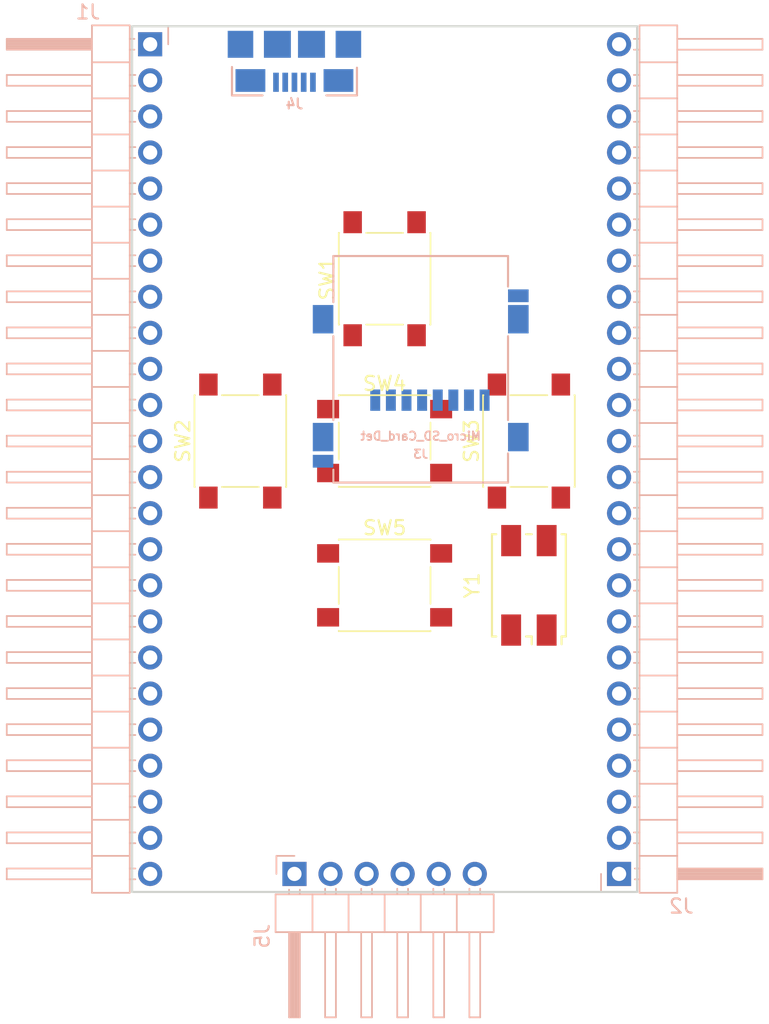
<source format=kicad_pcb>
(kicad_pcb (version 4) (host pcbnew 4.0.7+dfsg1-1)

  (general
    (links 22)
    (no_connects 22)
    (area 140.894999 81.204999 176.605001 142.315001)
    (thickness 1.6)
    (drawings 4)
    (tracks 0)
    (zones 0)
    (modules 11)
    (nets 13)
  )

  (page A4)
  (layers
    (0 F.Cu signal)
    (1 In1.Cu signal)
    (2 In2.Cu signal)
    (31 B.Cu signal)
    (32 B.Adhes user)
    (33 F.Adhes user)
    (34 B.Paste user)
    (35 F.Paste user)
    (36 B.SilkS user)
    (37 F.SilkS user)
    (38 B.Mask user)
    (39 F.Mask user)
    (40 Dwgs.User user)
    (41 Cmts.User user)
    (42 Eco1.User user)
    (43 Eco2.User user)
    (44 Edge.Cuts user)
    (45 Margin user)
    (46 B.CrtYd user)
    (47 F.CrtYd user)
    (48 B.Fab user)
    (49 F.Fab user)
  )

  (setup
    (last_trace_width 0.25)
    (trace_clearance 0.2)
    (zone_clearance 0.508)
    (zone_45_only no)
    (trace_min 0.2)
    (segment_width 0.2)
    (edge_width 0.15)
    (via_size 0.6)
    (via_drill 0.4)
    (via_min_size 0.4)
    (via_min_drill 0.3)
    (uvia_size 0.3)
    (uvia_drill 0.1)
    (uvias_allowed no)
    (uvia_min_size 0.2)
    (uvia_min_drill 0.1)
    (pcb_text_width 0.3)
    (pcb_text_size 1.5 1.5)
    (mod_edge_width 0.15)
    (mod_text_size 1 1)
    (mod_text_width 0.15)
    (pad_size 1.45 2)
    (pad_drill 0)
    (pad_to_mask_clearance 0.2)
    (aux_axis_origin 0 0)
    (visible_elements FFFFFF7F)
    (pcbplotparams
      (layerselection 0x00030_80000001)
      (usegerberextensions false)
      (excludeedgelayer true)
      (linewidth 0.100000)
      (plotframeref false)
      (viasonmask false)
      (mode 1)
      (useauxorigin false)
      (hpglpennumber 1)
      (hpglpenspeed 20)
      (hpglpendiameter 15)
      (hpglpenoverlay 2)
      (psnegative false)
      (psa4output false)
      (plotreference true)
      (plotvalue true)
      (plotinvisibletext false)
      (padsonsilk false)
      (subtractmaskfromsilk false)
      (outputformat 1)
      (mirror false)
      (drillshape 1)
      (scaleselection 1)
      (outputdirectory ""))
  )

  (net 0 "")
  (net 1 GND)
  (net 2 +3V3)
  (net 3 "Net-(SW1-Pad2)")
  (net 4 "Net-(SW1-Pad1)")
  (net 5 "Net-(SW2-Pad2)")
  (net 6 "Net-(SW2-Pad1)")
  (net 7 "Net-(SW3-Pad2)")
  (net 8 "Net-(SW3-Pad1)")
  (net 9 "Net-(SW4-Pad2)")
  (net 10 "Net-(SW4-Pad1)")
  (net 11 "Net-(SW5-Pad2)")
  (net 12 "Net-(SW5-Pad1)")

  (net_class Default "This is the default net class."
    (clearance 0.2)
    (trace_width 0.25)
    (via_dia 0.6)
    (via_drill 0.4)
    (uvia_dia 0.3)
    (uvia_drill 0.1)
    (add_net +3V3)
    (add_net GND)
    (add_net "Net-(SW1-Pad1)")
    (add_net "Net-(SW1-Pad2)")
    (add_net "Net-(SW2-Pad1)")
    (add_net "Net-(SW2-Pad2)")
    (add_net "Net-(SW3-Pad1)")
    (add_net "Net-(SW3-Pad2)")
    (add_net "Net-(SW4-Pad1)")
    (add_net "Net-(SW4-Pad2)")
    (add_net "Net-(SW5-Pad1)")
    (add_net "Net-(SW5-Pad2)")
  )

  (module micro-sd:SCHD3A100 (layer B.Cu) (tedit 5A12C673) (tstamp 5A12C818)
    (at 161.29 105.41 270)
    (descr "Micro SD card slot SCHD3A0100 from ALPS or ON-STARS")
    (tags "Micro SD SCHD3A0100")
    (path /5A12C39A/5A12C57E)
    (fp_text reference J3 (at 6 0 540) (layer B.SilkS)
      (effects (font (size 0.59944 0.59944) (thickness 0.12446)) (justify mirror))
    )
    (fp_text value Micro_SD_Card_Det (at 4.73 0 540) (layer B.SilkS)
      (effects (font (size 0.59944 0.59944) (thickness 0.12446)) (justify mirror))
    )
    (fp_line (start -7.95 -6.15) (end -5.8 -6.15) (layer B.SilkS) (width 0.15))
    (fp_line (start -7.95 6.15) (end -7.95 -6.15) (layer B.SilkS) (width 0.15))
    (fp_line (start -4.7 6.15) (end -7.95 6.15) (layer B.SilkS) (width 0.15))
    (fp_line (start 3.6 6.15) (end -2.3 6.15) (layer B.SilkS) (width 0.15))
    (fp_line (start -2.3 -6.15) (end 3.6 -6.15) (layer B.SilkS) (width 0.15))
    (fp_line (start 8 6.15) (end 7.1 6.15) (layer B.SilkS) (width 0.15))
    (fp_line (start 8 -6.15) (end 8 6.15) (layer B.SilkS) (width 0.15))
    (fp_line (start 5.95 -6.15) (end 8 -6.15) (layer B.SilkS) (width 0.15))
    (fp_line (start 1.15 -5) (end -3.8 3.8) (layer B.Fab) (width 0.15))
    (fp_line (start -3.8 -5) (end 1.15 3.8) (layer B.Fab) (width 0.15))
    (fp_line (start 1.15 -5) (end -3.8 -5) (layer B.Fab) (width 0.15))
    (fp_line (start 1.15 3.8) (end -3.8 3.8) (layer B.Fab) (width 0.15))
    (fp_line (start -3.8 3.8) (end -3.8 -5) (layer B.Fab) (width 0.15))
    (fp_line (start 1.15 -5) (end 1.15 3.8) (layer B.Fab) (width 0.15))
    (fp_line (start 8 -6.15) (end 8 6.15) (layer B.Fab) (width 0.15))
    (fp_line (start -7.95 -6.15) (end 8 -6.15) (layer B.Fab) (width 0.15))
    (fp_line (start -7.95 6.15) (end -7.95 -6.15) (layer B.Fab) (width 0.15))
    (fp_line (start 8 6.15) (end -7.95 6.15) (layer B.Fab) (width 0.15))
    (pad 1 smd rect (at 2.2 3.2 180) (size 0.7 1.5) (layers B.Cu B.Paste B.Mask))
    (pad 2 smd rect (at 2.2 2.1 180) (size 0.7 1.5) (layers B.Cu B.Paste B.Mask))
    (pad 3 smd rect (at 2.2 1 180) (size 0.7 1.5) (layers B.Cu B.Paste B.Mask))
    (pad 4 smd rect (at 2.2 -0.1 180) (size 0.7 1.5) (layers B.Cu B.Paste B.Mask))
    (pad 5 smd rect (at 2.2 -1.2 180) (size 0.7 1.5) (layers B.Cu B.Paste B.Mask))
    (pad 6 smd rect (at 2.2 -2.3 180) (size 0.7 1.5) (layers B.Cu B.Paste B.Mask))
    (pad 7 smd rect (at 2.2 -3.4 180) (size 0.7 1.5) (layers B.Cu B.Paste B.Mask))
    (pad 8 smd rect (at 2.2 -4.5 180) (size 0.7 1.5) (layers B.Cu B.Paste B.Mask))
    (pad 9 smd rect (at 6.5 6.875 180) (size 1.45 0.9) (layers B.Cu B.Paste B.Mask))
    (pad 10 smd rect (at -5.15 -6.875 90) (size 0.9 1.45) (layers B.Cu B.Paste B.Mask))
    (pad 11 smd rect (at 4.8 -6.875 180) (size 1.45 2) (layers B.Cu B.Paste B.Mask)
      (net 1 GND))
    (pad 11 smd rect (at 4.8 6.875 180) (size 1.45 2) (layers B.Cu B.Paste B.Mask)
      (net 1 GND))
    (pad 11 smd rect (at -3.5 6.875 180) (size 1.45 2) (layers B.Cu B.Paste B.Mask)
      (net 1 GND))
    (pad 11 smd rect (at -3.5 -6.875 180) (size 1.45 2) (layers B.Cu B.Paste B.Mask)
      (net 1 GND))
  )

  (module usb_otg:USB-MICRO-B-FCI-10118192-0001LF (layer B.Cu) (tedit 5912DB1A) (tstamp 5A12CC72)
    (at 152.4 82.55)
    (path /5A12CCA6/5A12CD8E)
    (fp_text reference J4 (at 0 4.2) (layer B.SilkS)
      (effects (font (size 0.7 0.7) (thickness 0.15)) (justify mirror))
    )
    (fp_text value USB_OTG (at 0 0) (layer B.SilkS) hide
      (effects (font (size 1 1) (thickness 0.15)) (justify mirror))
    )
    (fp_text user %R (at 0 0.6) (layer B.Fab)
      (effects (font (size 1.5 1.5) (thickness 0.15)) (justify mirror))
    )
    (fp_line (start -5 -2.4) (end -5 3.6) (layer B.Fab) (width 0.1))
    (fp_line (start 5 -2.4) (end -5 -2.4) (layer B.Fab) (width 0.1))
    (fp_line (start 5 3.6) (end 5 -2.4) (layer B.Fab) (width 0.1))
    (fp_line (start -5 3.6) (end 5 3.6) (layer B.Fab) (width 0.1))
    (fp_line (start 6 -1.45) (end -6 -1.45) (layer Dwgs.User) (width 0.05))
    (fp_line (start -4.4 1.6) (end -4.4 3.6) (layer B.SilkS) (width 0.15))
    (fp_line (start -4.4 3.6) (end -2.25 3.6) (layer B.SilkS) (width 0.15))
    (fp_line (start 2.25 3.6) (end 4.4 3.6) (layer B.SilkS) (width 0.15))
    (fp_line (start 4.4 3.6) (end 4.4 1.65) (layer B.SilkS) (width 0.15))
    (fp_line (start -4 -1.45) (end -3.5 -1.45) (layer Cmts.User) (width 0.05))
    (fp_line (start 4 -1.45) (end 3.5 -1.45) (layer Cmts.User) (width 0.05))
    (fp_line (start 4.25 -2.4) (end 4.25 -3) (layer B.CrtYd) (width 0.05))
    (fp_line (start 4.25 -3) (end -4.25 -3) (layer B.CrtYd) (width 0.05))
    (fp_line (start -4.25 -3) (end -4.25 -2.4) (layer B.CrtYd) (width 0.05))
    (fp_line (start 5 3.6) (end 5 -2.4) (layer B.CrtYd) (width 0.05))
    (fp_line (start 5 -2.4) (end -5 -2.4) (layer B.CrtYd) (width 0.05))
    (fp_line (start 5 3.6) (end -5 3.6) (layer B.CrtYd) (width 0.05))
    (fp_line (start -5 3.6) (end -5 -2.4) (layer B.CrtYd) (width 0.05))
    (pad 6 smd rect (at -3.1 2.55) (size 2.1 1.6) (layers B.Cu B.Paste B.Mask)
      (net 1 GND))
    (pad 6 smd rect (at 3.1 2.55) (size 2.1 1.6) (layers B.Cu B.Paste B.Mask)
      (net 1 GND))
    (pad 6 smd rect (at -1.2 0) (size 1.9 1.9) (layers B.Cu B.Paste B.Mask)
      (net 1 GND))
    (pad 6 smd rect (at 1.2 0) (size 1.9 1.9) (layers B.Cu B.Paste B.Mask)
      (net 1 GND))
    (pad 1 smd rect (at -1.3 2.675) (size 0.4 1.35) (layers B.Cu B.Paste B.Mask))
    (pad 2 smd rect (at -0.65 2.675) (size 0.4 1.35) (layers B.Cu B.Paste B.Mask))
    (pad 3 smd rect (at 0 2.675) (size 0.4 1.35) (layers B.Cu B.Paste B.Mask))
    (pad 4 smd rect (at 0.65 2.675) (size 0.4 1.35) (layers B.Cu B.Paste B.Mask))
    (pad 5 smd rect (at 1.3 2.675) (size 0.4 1.35) (layers B.Cu B.Paste B.Mask)
      (net 1 GND))
    (pad 6 smd rect (at -3.8 0) (size 1.8 1.9) (layers B.Cu B.Paste B.Mask)
      (net 1 GND))
    (pad 6 smd rect (at 3.8 0) (size 1.8 1.9) (layers B.Cu B.Paste B.Mask)
      (net 1 GND))
    (model Connectors_USB.3dshapes/USB_Micro-B_Molex_47346-0001.wrl
      (at (xyz 0 0 0))
      (scale (xyz 1 1 1))
      (rotate (xyz 0 0 0))
    )
  )

  (module oscxo:Crystal_SMD_7050_4Pads (layer F.Cu) (tedit 58EE0D05) (tstamp 5A12CE45)
    (at 168.91 120.65 90)
    (descr "Crystal oscillator, 7.0x5.0mm, 4 Pads")
    (tags "crystal oscillator quartz SMD SMT 7050")
    (path /5A12CCA6/5A12CDCB)
    (attr smd)
    (fp_text reference Y1 (at 0 -4 90) (layer F.SilkS)
      (effects (font (size 1 1) (thickness 0.15)))
    )
    (fp_text value Crystal_GND24 (at 0 4 90) (layer F.Fab)
      (effects (font (size 1 1) (thickness 0.15)))
    )
    (fp_line (start -3.5 2.5) (end -3.5 -2.5) (layer F.Fab) (width 0.15))
    (fp_line (start 3.5 2.5) (end -3.5 2.5) (layer F.Fab) (width 0.15))
    (fp_line (start 3.5 -2.5) (end 3.5 2.5) (layer F.Fab) (width 0.15))
    (fp_line (start -3.5 -2.5) (end 3.5 -2.5) (layer F.Fab) (width 0.15))
    (fp_line (start -3.6 2.3) (end -4.15 2.3) (layer F.SilkS) (width 0.15))
    (fp_line (start 3.6 2.6) (end 3.6 2.3) (layer F.SilkS) (width 0.15))
    (fp_line (start 3.6 -2.6) (end 3.6 -2.3) (layer F.SilkS) (width 0.15))
    (fp_line (start -3.6 -2.6) (end -3.6 -2.3) (layer F.SilkS) (width 0.15))
    (fp_line (start -3.6 2.6) (end -3.6 2.3) (layer F.SilkS) (width 0.15))
    (fp_line (start -3.6 2.6) (end 3.6 2.6) (layer F.SilkS) (width 0.15))
    (fp_line (start -3.6 0.2) (end -4.15 0.2) (layer F.SilkS) (width 0.15))
    (fp_line (start -4.75 -3.1) (end -4.75 3.1) (layer F.CrtYd) (width 0.05))
    (fp_line (start 4.75 -3.1) (end -4.75 -3.1) (layer F.CrtYd) (width 0.05))
    (fp_line (start -3.6 -2.6) (end 3.6 -2.6) (layer F.SilkS) (width 0.15))
    (fp_line (start 3.6 0.2) (end 3.6 -0.2) (layer F.SilkS) (width 0.15))
    (fp_line (start -3.6 0.2) (end -3.6 -0.2) (layer F.SilkS) (width 0.15))
    (fp_line (start 4.75 3.1) (end -4.75 3.1) (layer F.CrtYd) (width 0.05))
    (fp_line (start 4.75 -3.1) (end 4.75 3.1) (layer F.CrtYd) (width 0.05))
    (pad 1 smd rect (at -3.15 1.25 90) (size 2.2 1.4) (layers F.Cu F.Paste F.Mask)
      (net 2 +3V3))
    (pad 2 smd rect (at 3.15 1.25 90) (size 2.2 1.4) (layers F.Cu F.Paste F.Mask)
      (net 1 GND))
    (pad 3 smd rect (at 3.15 -1.25 90) (size 2.2 1.4) (layers F.Cu F.Paste F.Mask))
    (pad 4 smd rect (at -3.15 -1.25 90) (size 2.2 1.4) (layers F.Cu F.Paste F.Mask)
      (net 2 +3V3))
  )

  (module Buttons_Switches_SMD:SW_SPST_PTS645 (layer F.Cu) (tedit 58724A80) (tstamp 5A12D094)
    (at 158.75 99.06 90)
    (descr "C&K Components SPST SMD PTS645 Series 6mm Tact Switch")
    (tags "SPST Button Switch")
    (path /5A12D02C/5A12D231)
    (attr smd)
    (fp_text reference SW1 (at 0 -4.05 90) (layer F.SilkS)
      (effects (font (size 1 1) (thickness 0.15)))
    )
    (fp_text value SW_Push (at 0 4.15 90) (layer F.Fab)
      (effects (font (size 1 1) (thickness 0.15)))
    )
    (fp_text user %R (at 0 -4.05 90) (layer F.Fab)
      (effects (font (size 1 1) (thickness 0.15)))
    )
    (fp_line (start -3 -3) (end -3 3) (layer F.Fab) (width 0.1))
    (fp_line (start -3 3) (end 3 3) (layer F.Fab) (width 0.1))
    (fp_line (start 3 3) (end 3 -3) (layer F.Fab) (width 0.1))
    (fp_line (start 3 -3) (end -3 -3) (layer F.Fab) (width 0.1))
    (fp_line (start 5.05 3.4) (end 5.05 -3.4) (layer F.CrtYd) (width 0.05))
    (fp_line (start -5.05 -3.4) (end -5.05 3.4) (layer F.CrtYd) (width 0.05))
    (fp_line (start -5.05 3.4) (end 5.05 3.4) (layer F.CrtYd) (width 0.05))
    (fp_line (start -5.05 -3.4) (end 5.05 -3.4) (layer F.CrtYd) (width 0.05))
    (fp_line (start 3.23 -3.23) (end 3.23 -3.2) (layer F.SilkS) (width 0.12))
    (fp_line (start 3.23 3.23) (end 3.23 3.2) (layer F.SilkS) (width 0.12))
    (fp_line (start -3.23 3.23) (end -3.23 3.2) (layer F.SilkS) (width 0.12))
    (fp_line (start -3.23 -3.2) (end -3.23 -3.23) (layer F.SilkS) (width 0.12))
    (fp_line (start 3.23 -1.3) (end 3.23 1.3) (layer F.SilkS) (width 0.12))
    (fp_line (start -3.23 -3.23) (end 3.23 -3.23) (layer F.SilkS) (width 0.12))
    (fp_line (start -3.23 -1.3) (end -3.23 1.3) (layer F.SilkS) (width 0.12))
    (fp_line (start -3.23 3.23) (end 3.23 3.23) (layer F.SilkS) (width 0.12))
    (fp_circle (center 0 0) (end 1.75 -0.05) (layer F.Fab) (width 0.1))
    (pad 2 smd rect (at -3.98 2.25 90) (size 1.55 1.3) (layers F.Cu F.Paste F.Mask)
      (net 3 "Net-(SW1-Pad2)"))
    (pad 1 smd rect (at -3.98 -2.25 90) (size 1.55 1.3) (layers F.Cu F.Paste F.Mask)
      (net 4 "Net-(SW1-Pad1)"))
    (pad 1 smd rect (at 3.98 -2.25 90) (size 1.55 1.3) (layers F.Cu F.Paste F.Mask)
      (net 4 "Net-(SW1-Pad1)"))
    (pad 2 smd rect (at 3.98 2.25 90) (size 1.55 1.3) (layers F.Cu F.Paste F.Mask)
      (net 3 "Net-(SW1-Pad2)"))
    (model ${KISYS3DMOD}/Buttons_Switches_SMD.3dshapes/SW_SPST_PTS645.wrl
      (at (xyz 0 0 0))
      (scale (xyz 1 1 1))
      (rotate (xyz 0 0 0))
    )
  )

  (module Buttons_Switches_SMD:SW_SPST_PTS645 (layer F.Cu) (tedit 58724A80) (tstamp 5A12D09C)
    (at 148.59 110.49 90)
    (descr "C&K Components SPST SMD PTS645 Series 6mm Tact Switch")
    (tags "SPST Button Switch")
    (path /5A12D02C/5A12D0E6)
    (attr smd)
    (fp_text reference SW2 (at 0 -4.05 90) (layer F.SilkS)
      (effects (font (size 1 1) (thickness 0.15)))
    )
    (fp_text value SW_Push (at 0 4.15 90) (layer F.Fab)
      (effects (font (size 1 1) (thickness 0.15)))
    )
    (fp_text user %R (at 0 -4.05 90) (layer F.Fab)
      (effects (font (size 1 1) (thickness 0.15)))
    )
    (fp_line (start -3 -3) (end -3 3) (layer F.Fab) (width 0.1))
    (fp_line (start -3 3) (end 3 3) (layer F.Fab) (width 0.1))
    (fp_line (start 3 3) (end 3 -3) (layer F.Fab) (width 0.1))
    (fp_line (start 3 -3) (end -3 -3) (layer F.Fab) (width 0.1))
    (fp_line (start 5.05 3.4) (end 5.05 -3.4) (layer F.CrtYd) (width 0.05))
    (fp_line (start -5.05 -3.4) (end -5.05 3.4) (layer F.CrtYd) (width 0.05))
    (fp_line (start -5.05 3.4) (end 5.05 3.4) (layer F.CrtYd) (width 0.05))
    (fp_line (start -5.05 -3.4) (end 5.05 -3.4) (layer F.CrtYd) (width 0.05))
    (fp_line (start 3.23 -3.23) (end 3.23 -3.2) (layer F.SilkS) (width 0.12))
    (fp_line (start 3.23 3.23) (end 3.23 3.2) (layer F.SilkS) (width 0.12))
    (fp_line (start -3.23 3.23) (end -3.23 3.2) (layer F.SilkS) (width 0.12))
    (fp_line (start -3.23 -3.2) (end -3.23 -3.23) (layer F.SilkS) (width 0.12))
    (fp_line (start 3.23 -1.3) (end 3.23 1.3) (layer F.SilkS) (width 0.12))
    (fp_line (start -3.23 -3.23) (end 3.23 -3.23) (layer F.SilkS) (width 0.12))
    (fp_line (start -3.23 -1.3) (end -3.23 1.3) (layer F.SilkS) (width 0.12))
    (fp_line (start -3.23 3.23) (end 3.23 3.23) (layer F.SilkS) (width 0.12))
    (fp_circle (center 0 0) (end 1.75 -0.05) (layer F.Fab) (width 0.1))
    (pad 2 smd rect (at -3.98 2.25 90) (size 1.55 1.3) (layers F.Cu F.Paste F.Mask)
      (net 5 "Net-(SW2-Pad2)"))
    (pad 1 smd rect (at -3.98 -2.25 90) (size 1.55 1.3) (layers F.Cu F.Paste F.Mask)
      (net 6 "Net-(SW2-Pad1)"))
    (pad 1 smd rect (at 3.98 -2.25 90) (size 1.55 1.3) (layers F.Cu F.Paste F.Mask)
      (net 6 "Net-(SW2-Pad1)"))
    (pad 2 smd rect (at 3.98 2.25 90) (size 1.55 1.3) (layers F.Cu F.Paste F.Mask)
      (net 5 "Net-(SW2-Pad2)"))
    (model ${KISYS3DMOD}/Buttons_Switches_SMD.3dshapes/SW_SPST_PTS645.wrl
      (at (xyz 0 0 0))
      (scale (xyz 1 1 1))
      (rotate (xyz 0 0 0))
    )
  )

  (module Buttons_Switches_SMD:SW_SPST_PTS645 (layer F.Cu) (tedit 58724A80) (tstamp 5A12D0A4)
    (at 168.91 110.49 90)
    (descr "C&K Components SPST SMD PTS645 Series 6mm Tact Switch")
    (tags "SPST Button Switch")
    (path /5A12D02C/5A12D19E)
    (attr smd)
    (fp_text reference SW3 (at 0 -4.05 90) (layer F.SilkS)
      (effects (font (size 1 1) (thickness 0.15)))
    )
    (fp_text value SW_Push (at 0 4.15 90) (layer F.Fab)
      (effects (font (size 1 1) (thickness 0.15)))
    )
    (fp_text user %R (at 0 -4.05 90) (layer F.Fab)
      (effects (font (size 1 1) (thickness 0.15)))
    )
    (fp_line (start -3 -3) (end -3 3) (layer F.Fab) (width 0.1))
    (fp_line (start -3 3) (end 3 3) (layer F.Fab) (width 0.1))
    (fp_line (start 3 3) (end 3 -3) (layer F.Fab) (width 0.1))
    (fp_line (start 3 -3) (end -3 -3) (layer F.Fab) (width 0.1))
    (fp_line (start 5.05 3.4) (end 5.05 -3.4) (layer F.CrtYd) (width 0.05))
    (fp_line (start -5.05 -3.4) (end -5.05 3.4) (layer F.CrtYd) (width 0.05))
    (fp_line (start -5.05 3.4) (end 5.05 3.4) (layer F.CrtYd) (width 0.05))
    (fp_line (start -5.05 -3.4) (end 5.05 -3.4) (layer F.CrtYd) (width 0.05))
    (fp_line (start 3.23 -3.23) (end 3.23 -3.2) (layer F.SilkS) (width 0.12))
    (fp_line (start 3.23 3.23) (end 3.23 3.2) (layer F.SilkS) (width 0.12))
    (fp_line (start -3.23 3.23) (end -3.23 3.2) (layer F.SilkS) (width 0.12))
    (fp_line (start -3.23 -3.2) (end -3.23 -3.23) (layer F.SilkS) (width 0.12))
    (fp_line (start 3.23 -1.3) (end 3.23 1.3) (layer F.SilkS) (width 0.12))
    (fp_line (start -3.23 -3.23) (end 3.23 -3.23) (layer F.SilkS) (width 0.12))
    (fp_line (start -3.23 -1.3) (end -3.23 1.3) (layer F.SilkS) (width 0.12))
    (fp_line (start -3.23 3.23) (end 3.23 3.23) (layer F.SilkS) (width 0.12))
    (fp_circle (center 0 0) (end 1.75 -0.05) (layer F.Fab) (width 0.1))
    (pad 2 smd rect (at -3.98 2.25 90) (size 1.55 1.3) (layers F.Cu F.Paste F.Mask)
      (net 7 "Net-(SW3-Pad2)"))
    (pad 1 smd rect (at -3.98 -2.25 90) (size 1.55 1.3) (layers F.Cu F.Paste F.Mask)
      (net 8 "Net-(SW3-Pad1)"))
    (pad 1 smd rect (at 3.98 -2.25 90) (size 1.55 1.3) (layers F.Cu F.Paste F.Mask)
      (net 8 "Net-(SW3-Pad1)"))
    (pad 2 smd rect (at 3.98 2.25 90) (size 1.55 1.3) (layers F.Cu F.Paste F.Mask)
      (net 7 "Net-(SW3-Pad2)"))
    (model ${KISYS3DMOD}/Buttons_Switches_SMD.3dshapes/SW_SPST_PTS645.wrl
      (at (xyz 0 0 0))
      (scale (xyz 1 1 1))
      (rotate (xyz 0 0 0))
    )
  )

  (module Buttons_Switches_SMD:SW_SPST_PTS645 (layer F.Cu) (tedit 58724A80) (tstamp 5A12D0AC)
    (at 158.75 110.49)
    (descr "C&K Components SPST SMD PTS645 Series 6mm Tact Switch")
    (tags "SPST Button Switch")
    (path /5A12D02C/5A12D1D7)
    (attr smd)
    (fp_text reference SW4 (at 0 -4.05) (layer F.SilkS)
      (effects (font (size 1 1) (thickness 0.15)))
    )
    (fp_text value SW_Push (at 0 4.15) (layer F.Fab)
      (effects (font (size 1 1) (thickness 0.15)))
    )
    (fp_text user %R (at 0 -4.05) (layer F.Fab)
      (effects (font (size 1 1) (thickness 0.15)))
    )
    (fp_line (start -3 -3) (end -3 3) (layer F.Fab) (width 0.1))
    (fp_line (start -3 3) (end 3 3) (layer F.Fab) (width 0.1))
    (fp_line (start 3 3) (end 3 -3) (layer F.Fab) (width 0.1))
    (fp_line (start 3 -3) (end -3 -3) (layer F.Fab) (width 0.1))
    (fp_line (start 5.05 3.4) (end 5.05 -3.4) (layer F.CrtYd) (width 0.05))
    (fp_line (start -5.05 -3.4) (end -5.05 3.4) (layer F.CrtYd) (width 0.05))
    (fp_line (start -5.05 3.4) (end 5.05 3.4) (layer F.CrtYd) (width 0.05))
    (fp_line (start -5.05 -3.4) (end 5.05 -3.4) (layer F.CrtYd) (width 0.05))
    (fp_line (start 3.23 -3.23) (end 3.23 -3.2) (layer F.SilkS) (width 0.12))
    (fp_line (start 3.23 3.23) (end 3.23 3.2) (layer F.SilkS) (width 0.12))
    (fp_line (start -3.23 3.23) (end -3.23 3.2) (layer F.SilkS) (width 0.12))
    (fp_line (start -3.23 -3.2) (end -3.23 -3.23) (layer F.SilkS) (width 0.12))
    (fp_line (start 3.23 -1.3) (end 3.23 1.3) (layer F.SilkS) (width 0.12))
    (fp_line (start -3.23 -3.23) (end 3.23 -3.23) (layer F.SilkS) (width 0.12))
    (fp_line (start -3.23 -1.3) (end -3.23 1.3) (layer F.SilkS) (width 0.12))
    (fp_line (start -3.23 3.23) (end 3.23 3.23) (layer F.SilkS) (width 0.12))
    (fp_circle (center 0 0) (end 1.75 -0.05) (layer F.Fab) (width 0.1))
    (pad 2 smd rect (at -3.98 2.25) (size 1.55 1.3) (layers F.Cu F.Paste F.Mask)
      (net 9 "Net-(SW4-Pad2)"))
    (pad 1 smd rect (at -3.98 -2.25) (size 1.55 1.3) (layers F.Cu F.Paste F.Mask)
      (net 10 "Net-(SW4-Pad1)"))
    (pad 1 smd rect (at 3.98 -2.25) (size 1.55 1.3) (layers F.Cu F.Paste F.Mask)
      (net 10 "Net-(SW4-Pad1)"))
    (pad 2 smd rect (at 3.98 2.25) (size 1.55 1.3) (layers F.Cu F.Paste F.Mask)
      (net 9 "Net-(SW4-Pad2)"))
    (model ${KISYS3DMOD}/Buttons_Switches_SMD.3dshapes/SW_SPST_PTS645.wrl
      (at (xyz 0 0 0))
      (scale (xyz 1 1 1))
      (rotate (xyz 0 0 0))
    )
  )

  (module Buttons_Switches_SMD:SW_SPST_PTS645 (layer F.Cu) (tedit 58724A80) (tstamp 5A12D0B4)
    (at 158.75 120.65)
    (descr "C&K Components SPST SMD PTS645 Series 6mm Tact Switch")
    (tags "SPST Button Switch")
    (path /5A12D02C/5A12D1FE)
    (attr smd)
    (fp_text reference SW5 (at 0 -4.05) (layer F.SilkS)
      (effects (font (size 1 1) (thickness 0.15)))
    )
    (fp_text value SW_Push (at 0 4.15) (layer F.Fab)
      (effects (font (size 1 1) (thickness 0.15)))
    )
    (fp_text user %R (at 0 -4.05) (layer F.Fab)
      (effects (font (size 1 1) (thickness 0.15)))
    )
    (fp_line (start -3 -3) (end -3 3) (layer F.Fab) (width 0.1))
    (fp_line (start -3 3) (end 3 3) (layer F.Fab) (width 0.1))
    (fp_line (start 3 3) (end 3 -3) (layer F.Fab) (width 0.1))
    (fp_line (start 3 -3) (end -3 -3) (layer F.Fab) (width 0.1))
    (fp_line (start 5.05 3.4) (end 5.05 -3.4) (layer F.CrtYd) (width 0.05))
    (fp_line (start -5.05 -3.4) (end -5.05 3.4) (layer F.CrtYd) (width 0.05))
    (fp_line (start -5.05 3.4) (end 5.05 3.4) (layer F.CrtYd) (width 0.05))
    (fp_line (start -5.05 -3.4) (end 5.05 -3.4) (layer F.CrtYd) (width 0.05))
    (fp_line (start 3.23 -3.23) (end 3.23 -3.2) (layer F.SilkS) (width 0.12))
    (fp_line (start 3.23 3.23) (end 3.23 3.2) (layer F.SilkS) (width 0.12))
    (fp_line (start -3.23 3.23) (end -3.23 3.2) (layer F.SilkS) (width 0.12))
    (fp_line (start -3.23 -3.2) (end -3.23 -3.23) (layer F.SilkS) (width 0.12))
    (fp_line (start 3.23 -1.3) (end 3.23 1.3) (layer F.SilkS) (width 0.12))
    (fp_line (start -3.23 -3.23) (end 3.23 -3.23) (layer F.SilkS) (width 0.12))
    (fp_line (start -3.23 -1.3) (end -3.23 1.3) (layer F.SilkS) (width 0.12))
    (fp_line (start -3.23 3.23) (end 3.23 3.23) (layer F.SilkS) (width 0.12))
    (fp_circle (center 0 0) (end 1.75 -0.05) (layer F.Fab) (width 0.1))
    (pad 2 smd rect (at -3.98 2.25) (size 1.55 1.3) (layers F.Cu F.Paste F.Mask)
      (net 11 "Net-(SW5-Pad2)"))
    (pad 1 smd rect (at -3.98 -2.25) (size 1.55 1.3) (layers F.Cu F.Paste F.Mask)
      (net 12 "Net-(SW5-Pad1)"))
    (pad 1 smd rect (at 3.98 -2.25) (size 1.55 1.3) (layers F.Cu F.Paste F.Mask)
      (net 12 "Net-(SW5-Pad1)"))
    (pad 2 smd rect (at 3.98 2.25) (size 1.55 1.3) (layers F.Cu F.Paste F.Mask)
      (net 11 "Net-(SW5-Pad2)"))
    (model ${KISYS3DMOD}/Buttons_Switches_SMD.3dshapes/SW_SPST_PTS645.wrl
      (at (xyz 0 0 0))
      (scale (xyz 1 1 1))
      (rotate (xyz 0 0 0))
    )
  )

  (module Pin_Headers:Pin_Header_Angled_1x24_Pitch2.54mm (layer B.Cu) (tedit 59650532) (tstamp 5A12D2B0)
    (at 142.24 82.55 180)
    (descr "Through hole angled pin header, 1x24, 2.54mm pitch, 6mm pin length, single row")
    (tags "Through hole angled pin header THT 1x24 2.54mm single row")
    (path /5A12C7A4/5A12C7DA)
    (fp_text reference J1 (at 4.385 2.27 180) (layer B.SilkS)
      (effects (font (size 1 1) (thickness 0.15)) (justify mirror))
    )
    (fp_text value Conn_01x24 (at 4.385 -60.69 180) (layer B.Fab)
      (effects (font (size 1 1) (thickness 0.15)) (justify mirror))
    )
    (fp_line (start 2.135 1.27) (end 4.04 1.27) (layer B.Fab) (width 0.1))
    (fp_line (start 4.04 1.27) (end 4.04 -59.69) (layer B.Fab) (width 0.1))
    (fp_line (start 4.04 -59.69) (end 1.5 -59.69) (layer B.Fab) (width 0.1))
    (fp_line (start 1.5 -59.69) (end 1.5 0.635) (layer B.Fab) (width 0.1))
    (fp_line (start 1.5 0.635) (end 2.135 1.27) (layer B.Fab) (width 0.1))
    (fp_line (start -0.32 0.32) (end 1.5 0.32) (layer B.Fab) (width 0.1))
    (fp_line (start -0.32 0.32) (end -0.32 -0.32) (layer B.Fab) (width 0.1))
    (fp_line (start -0.32 -0.32) (end 1.5 -0.32) (layer B.Fab) (width 0.1))
    (fp_line (start 4.04 0.32) (end 10.04 0.32) (layer B.Fab) (width 0.1))
    (fp_line (start 10.04 0.32) (end 10.04 -0.32) (layer B.Fab) (width 0.1))
    (fp_line (start 4.04 -0.32) (end 10.04 -0.32) (layer B.Fab) (width 0.1))
    (fp_line (start -0.32 -2.22) (end 1.5 -2.22) (layer B.Fab) (width 0.1))
    (fp_line (start -0.32 -2.22) (end -0.32 -2.86) (layer B.Fab) (width 0.1))
    (fp_line (start -0.32 -2.86) (end 1.5 -2.86) (layer B.Fab) (width 0.1))
    (fp_line (start 4.04 -2.22) (end 10.04 -2.22) (layer B.Fab) (width 0.1))
    (fp_line (start 10.04 -2.22) (end 10.04 -2.86) (layer B.Fab) (width 0.1))
    (fp_line (start 4.04 -2.86) (end 10.04 -2.86) (layer B.Fab) (width 0.1))
    (fp_line (start -0.32 -4.76) (end 1.5 -4.76) (layer B.Fab) (width 0.1))
    (fp_line (start -0.32 -4.76) (end -0.32 -5.4) (layer B.Fab) (width 0.1))
    (fp_line (start -0.32 -5.4) (end 1.5 -5.4) (layer B.Fab) (width 0.1))
    (fp_line (start 4.04 -4.76) (end 10.04 -4.76) (layer B.Fab) (width 0.1))
    (fp_line (start 10.04 -4.76) (end 10.04 -5.4) (layer B.Fab) (width 0.1))
    (fp_line (start 4.04 -5.4) (end 10.04 -5.4) (layer B.Fab) (width 0.1))
    (fp_line (start -0.32 -7.3) (end 1.5 -7.3) (layer B.Fab) (width 0.1))
    (fp_line (start -0.32 -7.3) (end -0.32 -7.94) (layer B.Fab) (width 0.1))
    (fp_line (start -0.32 -7.94) (end 1.5 -7.94) (layer B.Fab) (width 0.1))
    (fp_line (start 4.04 -7.3) (end 10.04 -7.3) (layer B.Fab) (width 0.1))
    (fp_line (start 10.04 -7.3) (end 10.04 -7.94) (layer B.Fab) (width 0.1))
    (fp_line (start 4.04 -7.94) (end 10.04 -7.94) (layer B.Fab) (width 0.1))
    (fp_line (start -0.32 -9.84) (end 1.5 -9.84) (layer B.Fab) (width 0.1))
    (fp_line (start -0.32 -9.84) (end -0.32 -10.48) (layer B.Fab) (width 0.1))
    (fp_line (start -0.32 -10.48) (end 1.5 -10.48) (layer B.Fab) (width 0.1))
    (fp_line (start 4.04 -9.84) (end 10.04 -9.84) (layer B.Fab) (width 0.1))
    (fp_line (start 10.04 -9.84) (end 10.04 -10.48) (layer B.Fab) (width 0.1))
    (fp_line (start 4.04 -10.48) (end 10.04 -10.48) (layer B.Fab) (width 0.1))
    (fp_line (start -0.32 -12.38) (end 1.5 -12.38) (layer B.Fab) (width 0.1))
    (fp_line (start -0.32 -12.38) (end -0.32 -13.02) (layer B.Fab) (width 0.1))
    (fp_line (start -0.32 -13.02) (end 1.5 -13.02) (layer B.Fab) (width 0.1))
    (fp_line (start 4.04 -12.38) (end 10.04 -12.38) (layer B.Fab) (width 0.1))
    (fp_line (start 10.04 -12.38) (end 10.04 -13.02) (layer B.Fab) (width 0.1))
    (fp_line (start 4.04 -13.02) (end 10.04 -13.02) (layer B.Fab) (width 0.1))
    (fp_line (start -0.32 -14.92) (end 1.5 -14.92) (layer B.Fab) (width 0.1))
    (fp_line (start -0.32 -14.92) (end -0.32 -15.56) (layer B.Fab) (width 0.1))
    (fp_line (start -0.32 -15.56) (end 1.5 -15.56) (layer B.Fab) (width 0.1))
    (fp_line (start 4.04 -14.92) (end 10.04 -14.92) (layer B.Fab) (width 0.1))
    (fp_line (start 10.04 -14.92) (end 10.04 -15.56) (layer B.Fab) (width 0.1))
    (fp_line (start 4.04 -15.56) (end 10.04 -15.56) (layer B.Fab) (width 0.1))
    (fp_line (start -0.32 -17.46) (end 1.5 -17.46) (layer B.Fab) (width 0.1))
    (fp_line (start -0.32 -17.46) (end -0.32 -18.1) (layer B.Fab) (width 0.1))
    (fp_line (start -0.32 -18.1) (end 1.5 -18.1) (layer B.Fab) (width 0.1))
    (fp_line (start 4.04 -17.46) (end 10.04 -17.46) (layer B.Fab) (width 0.1))
    (fp_line (start 10.04 -17.46) (end 10.04 -18.1) (layer B.Fab) (width 0.1))
    (fp_line (start 4.04 -18.1) (end 10.04 -18.1) (layer B.Fab) (width 0.1))
    (fp_line (start -0.32 -20) (end 1.5 -20) (layer B.Fab) (width 0.1))
    (fp_line (start -0.32 -20) (end -0.32 -20.64) (layer B.Fab) (width 0.1))
    (fp_line (start -0.32 -20.64) (end 1.5 -20.64) (layer B.Fab) (width 0.1))
    (fp_line (start 4.04 -20) (end 10.04 -20) (layer B.Fab) (width 0.1))
    (fp_line (start 10.04 -20) (end 10.04 -20.64) (layer B.Fab) (width 0.1))
    (fp_line (start 4.04 -20.64) (end 10.04 -20.64) (layer B.Fab) (width 0.1))
    (fp_line (start -0.32 -22.54) (end 1.5 -22.54) (layer B.Fab) (width 0.1))
    (fp_line (start -0.32 -22.54) (end -0.32 -23.18) (layer B.Fab) (width 0.1))
    (fp_line (start -0.32 -23.18) (end 1.5 -23.18) (layer B.Fab) (width 0.1))
    (fp_line (start 4.04 -22.54) (end 10.04 -22.54) (layer B.Fab) (width 0.1))
    (fp_line (start 10.04 -22.54) (end 10.04 -23.18) (layer B.Fab) (width 0.1))
    (fp_line (start 4.04 -23.18) (end 10.04 -23.18) (layer B.Fab) (width 0.1))
    (fp_line (start -0.32 -25.08) (end 1.5 -25.08) (layer B.Fab) (width 0.1))
    (fp_line (start -0.32 -25.08) (end -0.32 -25.72) (layer B.Fab) (width 0.1))
    (fp_line (start -0.32 -25.72) (end 1.5 -25.72) (layer B.Fab) (width 0.1))
    (fp_line (start 4.04 -25.08) (end 10.04 -25.08) (layer B.Fab) (width 0.1))
    (fp_line (start 10.04 -25.08) (end 10.04 -25.72) (layer B.Fab) (width 0.1))
    (fp_line (start 4.04 -25.72) (end 10.04 -25.72) (layer B.Fab) (width 0.1))
    (fp_line (start -0.32 -27.62) (end 1.5 -27.62) (layer B.Fab) (width 0.1))
    (fp_line (start -0.32 -27.62) (end -0.32 -28.26) (layer B.Fab) (width 0.1))
    (fp_line (start -0.32 -28.26) (end 1.5 -28.26) (layer B.Fab) (width 0.1))
    (fp_line (start 4.04 -27.62) (end 10.04 -27.62) (layer B.Fab) (width 0.1))
    (fp_line (start 10.04 -27.62) (end 10.04 -28.26) (layer B.Fab) (width 0.1))
    (fp_line (start 4.04 -28.26) (end 10.04 -28.26) (layer B.Fab) (width 0.1))
    (fp_line (start -0.32 -30.16) (end 1.5 -30.16) (layer B.Fab) (width 0.1))
    (fp_line (start -0.32 -30.16) (end -0.32 -30.8) (layer B.Fab) (width 0.1))
    (fp_line (start -0.32 -30.8) (end 1.5 -30.8) (layer B.Fab) (width 0.1))
    (fp_line (start 4.04 -30.16) (end 10.04 -30.16) (layer B.Fab) (width 0.1))
    (fp_line (start 10.04 -30.16) (end 10.04 -30.8) (layer B.Fab) (width 0.1))
    (fp_line (start 4.04 -30.8) (end 10.04 -30.8) (layer B.Fab) (width 0.1))
    (fp_line (start -0.32 -32.7) (end 1.5 -32.7) (layer B.Fab) (width 0.1))
    (fp_line (start -0.32 -32.7) (end -0.32 -33.34) (layer B.Fab) (width 0.1))
    (fp_line (start -0.32 -33.34) (end 1.5 -33.34) (layer B.Fab) (width 0.1))
    (fp_line (start 4.04 -32.7) (end 10.04 -32.7) (layer B.Fab) (width 0.1))
    (fp_line (start 10.04 -32.7) (end 10.04 -33.34) (layer B.Fab) (width 0.1))
    (fp_line (start 4.04 -33.34) (end 10.04 -33.34) (layer B.Fab) (width 0.1))
    (fp_line (start -0.32 -35.24) (end 1.5 -35.24) (layer B.Fab) (width 0.1))
    (fp_line (start -0.32 -35.24) (end -0.32 -35.88) (layer B.Fab) (width 0.1))
    (fp_line (start -0.32 -35.88) (end 1.5 -35.88) (layer B.Fab) (width 0.1))
    (fp_line (start 4.04 -35.24) (end 10.04 -35.24) (layer B.Fab) (width 0.1))
    (fp_line (start 10.04 -35.24) (end 10.04 -35.88) (layer B.Fab) (width 0.1))
    (fp_line (start 4.04 -35.88) (end 10.04 -35.88) (layer B.Fab) (width 0.1))
    (fp_line (start -0.32 -37.78) (end 1.5 -37.78) (layer B.Fab) (width 0.1))
    (fp_line (start -0.32 -37.78) (end -0.32 -38.42) (layer B.Fab) (width 0.1))
    (fp_line (start -0.32 -38.42) (end 1.5 -38.42) (layer B.Fab) (width 0.1))
    (fp_line (start 4.04 -37.78) (end 10.04 -37.78) (layer B.Fab) (width 0.1))
    (fp_line (start 10.04 -37.78) (end 10.04 -38.42) (layer B.Fab) (width 0.1))
    (fp_line (start 4.04 -38.42) (end 10.04 -38.42) (layer B.Fab) (width 0.1))
    (fp_line (start -0.32 -40.32) (end 1.5 -40.32) (layer B.Fab) (width 0.1))
    (fp_line (start -0.32 -40.32) (end -0.32 -40.96) (layer B.Fab) (width 0.1))
    (fp_line (start -0.32 -40.96) (end 1.5 -40.96) (layer B.Fab) (width 0.1))
    (fp_line (start 4.04 -40.32) (end 10.04 -40.32) (layer B.Fab) (width 0.1))
    (fp_line (start 10.04 -40.32) (end 10.04 -40.96) (layer B.Fab) (width 0.1))
    (fp_line (start 4.04 -40.96) (end 10.04 -40.96) (layer B.Fab) (width 0.1))
    (fp_line (start -0.32 -42.86) (end 1.5 -42.86) (layer B.Fab) (width 0.1))
    (fp_line (start -0.32 -42.86) (end -0.32 -43.5) (layer B.Fab) (width 0.1))
    (fp_line (start -0.32 -43.5) (end 1.5 -43.5) (layer B.Fab) (width 0.1))
    (fp_line (start 4.04 -42.86) (end 10.04 -42.86) (layer B.Fab) (width 0.1))
    (fp_line (start 10.04 -42.86) (end 10.04 -43.5) (layer B.Fab) (width 0.1))
    (fp_line (start 4.04 -43.5) (end 10.04 -43.5) (layer B.Fab) (width 0.1))
    (fp_line (start -0.32 -45.4) (end 1.5 -45.4) (layer B.Fab) (width 0.1))
    (fp_line (start -0.32 -45.4) (end -0.32 -46.04) (layer B.Fab) (width 0.1))
    (fp_line (start -0.32 -46.04) (end 1.5 -46.04) (layer B.Fab) (width 0.1))
    (fp_line (start 4.04 -45.4) (end 10.04 -45.4) (layer B.Fab) (width 0.1))
    (fp_line (start 10.04 -45.4) (end 10.04 -46.04) (layer B.Fab) (width 0.1))
    (fp_line (start 4.04 -46.04) (end 10.04 -46.04) (layer B.Fab) (width 0.1))
    (fp_line (start -0.32 -47.94) (end 1.5 -47.94) (layer B.Fab) (width 0.1))
    (fp_line (start -0.32 -47.94) (end -0.32 -48.58) (layer B.Fab) (width 0.1))
    (fp_line (start -0.32 -48.58) (end 1.5 -48.58) (layer B.Fab) (width 0.1))
    (fp_line (start 4.04 -47.94) (end 10.04 -47.94) (layer B.Fab) (width 0.1))
    (fp_line (start 10.04 -47.94) (end 10.04 -48.58) (layer B.Fab) (width 0.1))
    (fp_line (start 4.04 -48.58) (end 10.04 -48.58) (layer B.Fab) (width 0.1))
    (fp_line (start -0.32 -50.48) (end 1.5 -50.48) (layer B.Fab) (width 0.1))
    (fp_line (start -0.32 -50.48) (end -0.32 -51.12) (layer B.Fab) (width 0.1))
    (fp_line (start -0.32 -51.12) (end 1.5 -51.12) (layer B.Fab) (width 0.1))
    (fp_line (start 4.04 -50.48) (end 10.04 -50.48) (layer B.Fab) (width 0.1))
    (fp_line (start 10.04 -50.48) (end 10.04 -51.12) (layer B.Fab) (width 0.1))
    (fp_line (start 4.04 -51.12) (end 10.04 -51.12) (layer B.Fab) (width 0.1))
    (fp_line (start -0.32 -53.02) (end 1.5 -53.02) (layer B.Fab) (width 0.1))
    (fp_line (start -0.32 -53.02) (end -0.32 -53.66) (layer B.Fab) (width 0.1))
    (fp_line (start -0.32 -53.66) (end 1.5 -53.66) (layer B.Fab) (width 0.1))
    (fp_line (start 4.04 -53.02) (end 10.04 -53.02) (layer B.Fab) (width 0.1))
    (fp_line (start 10.04 -53.02) (end 10.04 -53.66) (layer B.Fab) (width 0.1))
    (fp_line (start 4.04 -53.66) (end 10.04 -53.66) (layer B.Fab) (width 0.1))
    (fp_line (start -0.32 -55.56) (end 1.5 -55.56) (layer B.Fab) (width 0.1))
    (fp_line (start -0.32 -55.56) (end -0.32 -56.2) (layer B.Fab) (width 0.1))
    (fp_line (start -0.32 -56.2) (end 1.5 -56.2) (layer B.Fab) (width 0.1))
    (fp_line (start 4.04 -55.56) (end 10.04 -55.56) (layer B.Fab) (width 0.1))
    (fp_line (start 10.04 -55.56) (end 10.04 -56.2) (layer B.Fab) (width 0.1))
    (fp_line (start 4.04 -56.2) (end 10.04 -56.2) (layer B.Fab) (width 0.1))
    (fp_line (start -0.32 -58.1) (end 1.5 -58.1) (layer B.Fab) (width 0.1))
    (fp_line (start -0.32 -58.1) (end -0.32 -58.74) (layer B.Fab) (width 0.1))
    (fp_line (start -0.32 -58.74) (end 1.5 -58.74) (layer B.Fab) (width 0.1))
    (fp_line (start 4.04 -58.1) (end 10.04 -58.1) (layer B.Fab) (width 0.1))
    (fp_line (start 10.04 -58.1) (end 10.04 -58.74) (layer B.Fab) (width 0.1))
    (fp_line (start 4.04 -58.74) (end 10.04 -58.74) (layer B.Fab) (width 0.1))
    (fp_line (start 1.44 1.33) (end 1.44 -59.75) (layer B.SilkS) (width 0.12))
    (fp_line (start 1.44 -59.75) (end 4.1 -59.75) (layer B.SilkS) (width 0.12))
    (fp_line (start 4.1 -59.75) (end 4.1 1.33) (layer B.SilkS) (width 0.12))
    (fp_line (start 4.1 1.33) (end 1.44 1.33) (layer B.SilkS) (width 0.12))
    (fp_line (start 4.1 0.38) (end 10.1 0.38) (layer B.SilkS) (width 0.12))
    (fp_line (start 10.1 0.38) (end 10.1 -0.38) (layer B.SilkS) (width 0.12))
    (fp_line (start 10.1 -0.38) (end 4.1 -0.38) (layer B.SilkS) (width 0.12))
    (fp_line (start 4.1 0.32) (end 10.1 0.32) (layer B.SilkS) (width 0.12))
    (fp_line (start 4.1 0.2) (end 10.1 0.2) (layer B.SilkS) (width 0.12))
    (fp_line (start 4.1 0.08) (end 10.1 0.08) (layer B.SilkS) (width 0.12))
    (fp_line (start 4.1 -0.04) (end 10.1 -0.04) (layer B.SilkS) (width 0.12))
    (fp_line (start 4.1 -0.16) (end 10.1 -0.16) (layer B.SilkS) (width 0.12))
    (fp_line (start 4.1 -0.28) (end 10.1 -0.28) (layer B.SilkS) (width 0.12))
    (fp_line (start 1.11 0.38) (end 1.44 0.38) (layer B.SilkS) (width 0.12))
    (fp_line (start 1.11 -0.38) (end 1.44 -0.38) (layer B.SilkS) (width 0.12))
    (fp_line (start 1.44 -1.27) (end 4.1 -1.27) (layer B.SilkS) (width 0.12))
    (fp_line (start 4.1 -2.16) (end 10.1 -2.16) (layer B.SilkS) (width 0.12))
    (fp_line (start 10.1 -2.16) (end 10.1 -2.92) (layer B.SilkS) (width 0.12))
    (fp_line (start 10.1 -2.92) (end 4.1 -2.92) (layer B.SilkS) (width 0.12))
    (fp_line (start 1.042929 -2.16) (end 1.44 -2.16) (layer B.SilkS) (width 0.12))
    (fp_line (start 1.042929 -2.92) (end 1.44 -2.92) (layer B.SilkS) (width 0.12))
    (fp_line (start 1.44 -3.81) (end 4.1 -3.81) (layer B.SilkS) (width 0.12))
    (fp_line (start 4.1 -4.7) (end 10.1 -4.7) (layer B.SilkS) (width 0.12))
    (fp_line (start 10.1 -4.7) (end 10.1 -5.46) (layer B.SilkS) (width 0.12))
    (fp_line (start 10.1 -5.46) (end 4.1 -5.46) (layer B.SilkS) (width 0.12))
    (fp_line (start 1.042929 -4.7) (end 1.44 -4.7) (layer B.SilkS) (width 0.12))
    (fp_line (start 1.042929 -5.46) (end 1.44 -5.46) (layer B.SilkS) (width 0.12))
    (fp_line (start 1.44 -6.35) (end 4.1 -6.35) (layer B.SilkS) (width 0.12))
    (fp_line (start 4.1 -7.24) (end 10.1 -7.24) (layer B.SilkS) (width 0.12))
    (fp_line (start 10.1 -7.24) (end 10.1 -8) (layer B.SilkS) (width 0.12))
    (fp_line (start 10.1 -8) (end 4.1 -8) (layer B.SilkS) (width 0.12))
    (fp_line (start 1.042929 -7.24) (end 1.44 -7.24) (layer B.SilkS) (width 0.12))
    (fp_line (start 1.042929 -8) (end 1.44 -8) (layer B.SilkS) (width 0.12))
    (fp_line (start 1.44 -8.89) (end 4.1 -8.89) (layer B.SilkS) (width 0.12))
    (fp_line (start 4.1 -9.78) (end 10.1 -9.78) (layer B.SilkS) (width 0.12))
    (fp_line (start 10.1 -9.78) (end 10.1 -10.54) (layer B.SilkS) (width 0.12))
    (fp_line (start 10.1 -10.54) (end 4.1 -10.54) (layer B.SilkS) (width 0.12))
    (fp_line (start 1.042929 -9.78) (end 1.44 -9.78) (layer B.SilkS) (width 0.12))
    (fp_line (start 1.042929 -10.54) (end 1.44 -10.54) (layer B.SilkS) (width 0.12))
    (fp_line (start 1.44 -11.43) (end 4.1 -11.43) (layer B.SilkS) (width 0.12))
    (fp_line (start 4.1 -12.32) (end 10.1 -12.32) (layer B.SilkS) (width 0.12))
    (fp_line (start 10.1 -12.32) (end 10.1 -13.08) (layer B.SilkS) (width 0.12))
    (fp_line (start 10.1 -13.08) (end 4.1 -13.08) (layer B.SilkS) (width 0.12))
    (fp_line (start 1.042929 -12.32) (end 1.44 -12.32) (layer B.SilkS) (width 0.12))
    (fp_line (start 1.042929 -13.08) (end 1.44 -13.08) (layer B.SilkS) (width 0.12))
    (fp_line (start 1.44 -13.97) (end 4.1 -13.97) (layer B.SilkS) (width 0.12))
    (fp_line (start 4.1 -14.86) (end 10.1 -14.86) (layer B.SilkS) (width 0.12))
    (fp_line (start 10.1 -14.86) (end 10.1 -15.62) (layer B.SilkS) (width 0.12))
    (fp_line (start 10.1 -15.62) (end 4.1 -15.62) (layer B.SilkS) (width 0.12))
    (fp_line (start 1.042929 -14.86) (end 1.44 -14.86) (layer B.SilkS) (width 0.12))
    (fp_line (start 1.042929 -15.62) (end 1.44 -15.62) (layer B.SilkS) (width 0.12))
    (fp_line (start 1.44 -16.51) (end 4.1 -16.51) (layer B.SilkS) (width 0.12))
    (fp_line (start 4.1 -17.4) (end 10.1 -17.4) (layer B.SilkS) (width 0.12))
    (fp_line (start 10.1 -17.4) (end 10.1 -18.16) (layer B.SilkS) (width 0.12))
    (fp_line (start 10.1 -18.16) (end 4.1 -18.16) (layer B.SilkS) (width 0.12))
    (fp_line (start 1.042929 -17.4) (end 1.44 -17.4) (layer B.SilkS) (width 0.12))
    (fp_line (start 1.042929 -18.16) (end 1.44 -18.16) (layer B.SilkS) (width 0.12))
    (fp_line (start 1.44 -19.05) (end 4.1 -19.05) (layer B.SilkS) (width 0.12))
    (fp_line (start 4.1 -19.94) (end 10.1 -19.94) (layer B.SilkS) (width 0.12))
    (fp_line (start 10.1 -19.94) (end 10.1 -20.7) (layer B.SilkS) (width 0.12))
    (fp_line (start 10.1 -20.7) (end 4.1 -20.7) (layer B.SilkS) (width 0.12))
    (fp_line (start 1.042929 -19.94) (end 1.44 -19.94) (layer B.SilkS) (width 0.12))
    (fp_line (start 1.042929 -20.7) (end 1.44 -20.7) (layer B.SilkS) (width 0.12))
    (fp_line (start 1.44 -21.59) (end 4.1 -21.59) (layer B.SilkS) (width 0.12))
    (fp_line (start 4.1 -22.48) (end 10.1 -22.48) (layer B.SilkS) (width 0.12))
    (fp_line (start 10.1 -22.48) (end 10.1 -23.24) (layer B.SilkS) (width 0.12))
    (fp_line (start 10.1 -23.24) (end 4.1 -23.24) (layer B.SilkS) (width 0.12))
    (fp_line (start 1.042929 -22.48) (end 1.44 -22.48) (layer B.SilkS) (width 0.12))
    (fp_line (start 1.042929 -23.24) (end 1.44 -23.24) (layer B.SilkS) (width 0.12))
    (fp_line (start 1.44 -24.13) (end 4.1 -24.13) (layer B.SilkS) (width 0.12))
    (fp_line (start 4.1 -25.02) (end 10.1 -25.02) (layer B.SilkS) (width 0.12))
    (fp_line (start 10.1 -25.02) (end 10.1 -25.78) (layer B.SilkS) (width 0.12))
    (fp_line (start 10.1 -25.78) (end 4.1 -25.78) (layer B.SilkS) (width 0.12))
    (fp_line (start 1.042929 -25.02) (end 1.44 -25.02) (layer B.SilkS) (width 0.12))
    (fp_line (start 1.042929 -25.78) (end 1.44 -25.78) (layer B.SilkS) (width 0.12))
    (fp_line (start 1.44 -26.67) (end 4.1 -26.67) (layer B.SilkS) (width 0.12))
    (fp_line (start 4.1 -27.56) (end 10.1 -27.56) (layer B.SilkS) (width 0.12))
    (fp_line (start 10.1 -27.56) (end 10.1 -28.32) (layer B.SilkS) (width 0.12))
    (fp_line (start 10.1 -28.32) (end 4.1 -28.32) (layer B.SilkS) (width 0.12))
    (fp_line (start 1.042929 -27.56) (end 1.44 -27.56) (layer B.SilkS) (width 0.12))
    (fp_line (start 1.042929 -28.32) (end 1.44 -28.32) (layer B.SilkS) (width 0.12))
    (fp_line (start 1.44 -29.21) (end 4.1 -29.21) (layer B.SilkS) (width 0.12))
    (fp_line (start 4.1 -30.1) (end 10.1 -30.1) (layer B.SilkS) (width 0.12))
    (fp_line (start 10.1 -30.1) (end 10.1 -30.86) (layer B.SilkS) (width 0.12))
    (fp_line (start 10.1 -30.86) (end 4.1 -30.86) (layer B.SilkS) (width 0.12))
    (fp_line (start 1.042929 -30.1) (end 1.44 -30.1) (layer B.SilkS) (width 0.12))
    (fp_line (start 1.042929 -30.86) (end 1.44 -30.86) (layer B.SilkS) (width 0.12))
    (fp_line (start 1.44 -31.75) (end 4.1 -31.75) (layer B.SilkS) (width 0.12))
    (fp_line (start 4.1 -32.64) (end 10.1 -32.64) (layer B.SilkS) (width 0.12))
    (fp_line (start 10.1 -32.64) (end 10.1 -33.4) (layer B.SilkS) (width 0.12))
    (fp_line (start 10.1 -33.4) (end 4.1 -33.4) (layer B.SilkS) (width 0.12))
    (fp_line (start 1.042929 -32.64) (end 1.44 -32.64) (layer B.SilkS) (width 0.12))
    (fp_line (start 1.042929 -33.4) (end 1.44 -33.4) (layer B.SilkS) (width 0.12))
    (fp_line (start 1.44 -34.29) (end 4.1 -34.29) (layer B.SilkS) (width 0.12))
    (fp_line (start 4.1 -35.18) (end 10.1 -35.18) (layer B.SilkS) (width 0.12))
    (fp_line (start 10.1 -35.18) (end 10.1 -35.94) (layer B.SilkS) (width 0.12))
    (fp_line (start 10.1 -35.94) (end 4.1 -35.94) (layer B.SilkS) (width 0.12))
    (fp_line (start 1.042929 -35.18) (end 1.44 -35.18) (layer B.SilkS) (width 0.12))
    (fp_line (start 1.042929 -35.94) (end 1.44 -35.94) (layer B.SilkS) (width 0.12))
    (fp_line (start 1.44 -36.83) (end 4.1 -36.83) (layer B.SilkS) (width 0.12))
    (fp_line (start 4.1 -37.72) (end 10.1 -37.72) (layer B.SilkS) (width 0.12))
    (fp_line (start 10.1 -37.72) (end 10.1 -38.48) (layer B.SilkS) (width 0.12))
    (fp_line (start 10.1 -38.48) (end 4.1 -38.48) (layer B.SilkS) (width 0.12))
    (fp_line (start 1.042929 -37.72) (end 1.44 -37.72) (layer B.SilkS) (width 0.12))
    (fp_line (start 1.042929 -38.48) (end 1.44 -38.48) (layer B.SilkS) (width 0.12))
    (fp_line (start 1.44 -39.37) (end 4.1 -39.37) (layer B.SilkS) (width 0.12))
    (fp_line (start 4.1 -40.26) (end 10.1 -40.26) (layer B.SilkS) (width 0.12))
    (fp_line (start 10.1 -40.26) (end 10.1 -41.02) (layer B.SilkS) (width 0.12))
    (fp_line (start 10.1 -41.02) (end 4.1 -41.02) (layer B.SilkS) (width 0.12))
    (fp_line (start 1.042929 -40.26) (end 1.44 -40.26) (layer B.SilkS) (width 0.12))
    (fp_line (start 1.042929 -41.02) (end 1.44 -41.02) (layer B.SilkS) (width 0.12))
    (fp_line (start 1.44 -41.91) (end 4.1 -41.91) (layer B.SilkS) (width 0.12))
    (fp_line (start 4.1 -42.8) (end 10.1 -42.8) (layer B.SilkS) (width 0.12))
    (fp_line (start 10.1 -42.8) (end 10.1 -43.56) (layer B.SilkS) (width 0.12))
    (fp_line (start 10.1 -43.56) (end 4.1 -43.56) (layer B.SilkS) (width 0.12))
    (fp_line (start 1.042929 -42.8) (end 1.44 -42.8) (layer B.SilkS) (width 0.12))
    (fp_line (start 1.042929 -43.56) (end 1.44 -43.56) (layer B.SilkS) (width 0.12))
    (fp_line (start 1.44 -44.45) (end 4.1 -44.45) (layer B.SilkS) (width 0.12))
    (fp_line (start 4.1 -45.34) (end 10.1 -45.34) (layer B.SilkS) (width 0.12))
    (fp_line (start 10.1 -45.34) (end 10.1 -46.1) (layer B.SilkS) (width 0.12))
    (fp_line (start 10.1 -46.1) (end 4.1 -46.1) (layer B.SilkS) (width 0.12))
    (fp_line (start 1.042929 -45.34) (end 1.44 -45.34) (layer B.SilkS) (width 0.12))
    (fp_line (start 1.042929 -46.1) (end 1.44 -46.1) (layer B.SilkS) (width 0.12))
    (fp_line (start 1.44 -46.99) (end 4.1 -46.99) (layer B.SilkS) (width 0.12))
    (fp_line (start 4.1 -47.88) (end 10.1 -47.88) (layer B.SilkS) (width 0.12))
    (fp_line (start 10.1 -47.88) (end 10.1 -48.64) (layer B.SilkS) (width 0.12))
    (fp_line (start 10.1 -48.64) (end 4.1 -48.64) (layer B.SilkS) (width 0.12))
    (fp_line (start 1.042929 -47.88) (end 1.44 -47.88) (layer B.SilkS) (width 0.12))
    (fp_line (start 1.042929 -48.64) (end 1.44 -48.64) (layer B.SilkS) (width 0.12))
    (fp_line (start 1.44 -49.53) (end 4.1 -49.53) (layer B.SilkS) (width 0.12))
    (fp_line (start 4.1 -50.42) (end 10.1 -50.42) (layer B.SilkS) (width 0.12))
    (fp_line (start 10.1 -50.42) (end 10.1 -51.18) (layer B.SilkS) (width 0.12))
    (fp_line (start 10.1 -51.18) (end 4.1 -51.18) (layer B.SilkS) (width 0.12))
    (fp_line (start 1.042929 -50.42) (end 1.44 -50.42) (layer B.SilkS) (width 0.12))
    (fp_line (start 1.042929 -51.18) (end 1.44 -51.18) (layer B.SilkS) (width 0.12))
    (fp_line (start 1.44 -52.07) (end 4.1 -52.07) (layer B.SilkS) (width 0.12))
    (fp_line (start 4.1 -52.96) (end 10.1 -52.96) (layer B.SilkS) (width 0.12))
    (fp_line (start 10.1 -52.96) (end 10.1 -53.72) (layer B.SilkS) (width 0.12))
    (fp_line (start 10.1 -53.72) (end 4.1 -53.72) (layer B.SilkS) (width 0.12))
    (fp_line (start 1.042929 -52.96) (end 1.44 -52.96) (layer B.SilkS) (width 0.12))
    (fp_line (start 1.042929 -53.72) (end 1.44 -53.72) (layer B.SilkS) (width 0.12))
    (fp_line (start 1.44 -54.61) (end 4.1 -54.61) (layer B.SilkS) (width 0.12))
    (fp_line (start 4.1 -55.5) (end 10.1 -55.5) (layer B.SilkS) (width 0.12))
    (fp_line (start 10.1 -55.5) (end 10.1 -56.26) (layer B.SilkS) (width 0.12))
    (fp_line (start 10.1 -56.26) (end 4.1 -56.26) (layer B.SilkS) (width 0.12))
    (fp_line (start 1.042929 -55.5) (end 1.44 -55.5) (layer B.SilkS) (width 0.12))
    (fp_line (start 1.042929 -56.26) (end 1.44 -56.26) (layer B.SilkS) (width 0.12))
    (fp_line (start 1.44 -57.15) (end 4.1 -57.15) (layer B.SilkS) (width 0.12))
    (fp_line (start 4.1 -58.04) (end 10.1 -58.04) (layer B.SilkS) (width 0.12))
    (fp_line (start 10.1 -58.04) (end 10.1 -58.8) (layer B.SilkS) (width 0.12))
    (fp_line (start 10.1 -58.8) (end 4.1 -58.8) (layer B.SilkS) (width 0.12))
    (fp_line (start 1.042929 -58.04) (end 1.44 -58.04) (layer B.SilkS) (width 0.12))
    (fp_line (start 1.042929 -58.8) (end 1.44 -58.8) (layer B.SilkS) (width 0.12))
    (fp_line (start -1.27 0) (end -1.27 1.27) (layer B.SilkS) (width 0.12))
    (fp_line (start -1.27 1.27) (end 0 1.27) (layer B.SilkS) (width 0.12))
    (fp_line (start -1.8 1.8) (end -1.8 -60.2) (layer B.CrtYd) (width 0.05))
    (fp_line (start -1.8 -60.2) (end 10.55 -60.2) (layer B.CrtYd) (width 0.05))
    (fp_line (start 10.55 -60.2) (end 10.55 1.8) (layer B.CrtYd) (width 0.05))
    (fp_line (start 10.55 1.8) (end -1.8 1.8) (layer B.CrtYd) (width 0.05))
    (fp_text user %R (at 2.77 -29.21 450) (layer B.Fab)
      (effects (font (size 1 1) (thickness 0.15)) (justify mirror))
    )
    (pad 1 thru_hole rect (at 0 0 180) (size 1.7 1.7) (drill 1) (layers *.Cu *.Mask))
    (pad 2 thru_hole oval (at 0 -2.54 180) (size 1.7 1.7) (drill 1) (layers *.Cu *.Mask))
    (pad 3 thru_hole oval (at 0 -5.08 180) (size 1.7 1.7) (drill 1) (layers *.Cu *.Mask))
    (pad 4 thru_hole oval (at 0 -7.62 180) (size 1.7 1.7) (drill 1) (layers *.Cu *.Mask))
    (pad 5 thru_hole oval (at 0 -10.16 180) (size 1.7 1.7) (drill 1) (layers *.Cu *.Mask))
    (pad 6 thru_hole oval (at 0 -12.7 180) (size 1.7 1.7) (drill 1) (layers *.Cu *.Mask))
    (pad 7 thru_hole oval (at 0 -15.24 180) (size 1.7 1.7) (drill 1) (layers *.Cu *.Mask))
    (pad 8 thru_hole oval (at 0 -17.78 180) (size 1.7 1.7) (drill 1) (layers *.Cu *.Mask))
    (pad 9 thru_hole oval (at 0 -20.32 180) (size 1.7 1.7) (drill 1) (layers *.Cu *.Mask))
    (pad 10 thru_hole oval (at 0 -22.86 180) (size 1.7 1.7) (drill 1) (layers *.Cu *.Mask))
    (pad 11 thru_hole oval (at 0 -25.4 180) (size 1.7 1.7) (drill 1) (layers *.Cu *.Mask))
    (pad 12 thru_hole oval (at 0 -27.94 180) (size 1.7 1.7) (drill 1) (layers *.Cu *.Mask))
    (pad 13 thru_hole oval (at 0 -30.48 180) (size 1.7 1.7) (drill 1) (layers *.Cu *.Mask))
    (pad 14 thru_hole oval (at 0 -33.02 180) (size 1.7 1.7) (drill 1) (layers *.Cu *.Mask))
    (pad 15 thru_hole oval (at 0 -35.56 180) (size 1.7 1.7) (drill 1) (layers *.Cu *.Mask))
    (pad 16 thru_hole oval (at 0 -38.1 180) (size 1.7 1.7) (drill 1) (layers *.Cu *.Mask))
    (pad 17 thru_hole oval (at 0 -40.64 180) (size 1.7 1.7) (drill 1) (layers *.Cu *.Mask))
    (pad 18 thru_hole oval (at 0 -43.18 180) (size 1.7 1.7) (drill 1) (layers *.Cu *.Mask))
    (pad 19 thru_hole oval (at 0 -45.72 180) (size 1.7 1.7) (drill 1) (layers *.Cu *.Mask))
    (pad 20 thru_hole oval (at 0 -48.26 180) (size 1.7 1.7) (drill 1) (layers *.Cu *.Mask))
    (pad 21 thru_hole oval (at 0 -50.8 180) (size 1.7 1.7) (drill 1) (layers *.Cu *.Mask))
    (pad 22 thru_hole oval (at 0 -53.34 180) (size 1.7 1.7) (drill 1) (layers *.Cu *.Mask))
    (pad 23 thru_hole oval (at 0 -55.88 180) (size 1.7 1.7) (drill 1) (layers *.Cu *.Mask))
    (pad 24 thru_hole oval (at 0 -58.42 180) (size 1.7 1.7) (drill 1) (layers *.Cu *.Mask))
  )

  (module Pin_Headers:Pin_Header_Angled_1x24_Pitch2.54mm (layer B.Cu) (tedit 59650532) (tstamp 5A12D2CB)
    (at 175.26 140.97)
    (descr "Through hole angled pin header, 1x24, 2.54mm pitch, 6mm pin length, single row")
    (tags "Through hole angled pin header THT 1x24 2.54mm single row")
    (path /5A12C7A4/5A12C8A9)
    (fp_text reference J2 (at 4.385 2.27) (layer B.SilkS)
      (effects (font (size 1 1) (thickness 0.15)) (justify mirror))
    )
    (fp_text value Conn_01x24 (at 4.385 -60.69) (layer B.Fab)
      (effects (font (size 1 1) (thickness 0.15)) (justify mirror))
    )
    (fp_line (start 2.135 1.27) (end 4.04 1.27) (layer B.Fab) (width 0.1))
    (fp_line (start 4.04 1.27) (end 4.04 -59.69) (layer B.Fab) (width 0.1))
    (fp_line (start 4.04 -59.69) (end 1.5 -59.69) (layer B.Fab) (width 0.1))
    (fp_line (start 1.5 -59.69) (end 1.5 0.635) (layer B.Fab) (width 0.1))
    (fp_line (start 1.5 0.635) (end 2.135 1.27) (layer B.Fab) (width 0.1))
    (fp_line (start -0.32 0.32) (end 1.5 0.32) (layer B.Fab) (width 0.1))
    (fp_line (start -0.32 0.32) (end -0.32 -0.32) (layer B.Fab) (width 0.1))
    (fp_line (start -0.32 -0.32) (end 1.5 -0.32) (layer B.Fab) (width 0.1))
    (fp_line (start 4.04 0.32) (end 10.04 0.32) (layer B.Fab) (width 0.1))
    (fp_line (start 10.04 0.32) (end 10.04 -0.32) (layer B.Fab) (width 0.1))
    (fp_line (start 4.04 -0.32) (end 10.04 -0.32) (layer B.Fab) (width 0.1))
    (fp_line (start -0.32 -2.22) (end 1.5 -2.22) (layer B.Fab) (width 0.1))
    (fp_line (start -0.32 -2.22) (end -0.32 -2.86) (layer B.Fab) (width 0.1))
    (fp_line (start -0.32 -2.86) (end 1.5 -2.86) (layer B.Fab) (width 0.1))
    (fp_line (start 4.04 -2.22) (end 10.04 -2.22) (layer B.Fab) (width 0.1))
    (fp_line (start 10.04 -2.22) (end 10.04 -2.86) (layer B.Fab) (width 0.1))
    (fp_line (start 4.04 -2.86) (end 10.04 -2.86) (layer B.Fab) (width 0.1))
    (fp_line (start -0.32 -4.76) (end 1.5 -4.76) (layer B.Fab) (width 0.1))
    (fp_line (start -0.32 -4.76) (end -0.32 -5.4) (layer B.Fab) (width 0.1))
    (fp_line (start -0.32 -5.4) (end 1.5 -5.4) (layer B.Fab) (width 0.1))
    (fp_line (start 4.04 -4.76) (end 10.04 -4.76) (layer B.Fab) (width 0.1))
    (fp_line (start 10.04 -4.76) (end 10.04 -5.4) (layer B.Fab) (width 0.1))
    (fp_line (start 4.04 -5.4) (end 10.04 -5.4) (layer B.Fab) (width 0.1))
    (fp_line (start -0.32 -7.3) (end 1.5 -7.3) (layer B.Fab) (width 0.1))
    (fp_line (start -0.32 -7.3) (end -0.32 -7.94) (layer B.Fab) (width 0.1))
    (fp_line (start -0.32 -7.94) (end 1.5 -7.94) (layer B.Fab) (width 0.1))
    (fp_line (start 4.04 -7.3) (end 10.04 -7.3) (layer B.Fab) (width 0.1))
    (fp_line (start 10.04 -7.3) (end 10.04 -7.94) (layer B.Fab) (width 0.1))
    (fp_line (start 4.04 -7.94) (end 10.04 -7.94) (layer B.Fab) (width 0.1))
    (fp_line (start -0.32 -9.84) (end 1.5 -9.84) (layer B.Fab) (width 0.1))
    (fp_line (start -0.32 -9.84) (end -0.32 -10.48) (layer B.Fab) (width 0.1))
    (fp_line (start -0.32 -10.48) (end 1.5 -10.48) (layer B.Fab) (width 0.1))
    (fp_line (start 4.04 -9.84) (end 10.04 -9.84) (layer B.Fab) (width 0.1))
    (fp_line (start 10.04 -9.84) (end 10.04 -10.48) (layer B.Fab) (width 0.1))
    (fp_line (start 4.04 -10.48) (end 10.04 -10.48) (layer B.Fab) (width 0.1))
    (fp_line (start -0.32 -12.38) (end 1.5 -12.38) (layer B.Fab) (width 0.1))
    (fp_line (start -0.32 -12.38) (end -0.32 -13.02) (layer B.Fab) (width 0.1))
    (fp_line (start -0.32 -13.02) (end 1.5 -13.02) (layer B.Fab) (width 0.1))
    (fp_line (start 4.04 -12.38) (end 10.04 -12.38) (layer B.Fab) (width 0.1))
    (fp_line (start 10.04 -12.38) (end 10.04 -13.02) (layer B.Fab) (width 0.1))
    (fp_line (start 4.04 -13.02) (end 10.04 -13.02) (layer B.Fab) (width 0.1))
    (fp_line (start -0.32 -14.92) (end 1.5 -14.92) (layer B.Fab) (width 0.1))
    (fp_line (start -0.32 -14.92) (end -0.32 -15.56) (layer B.Fab) (width 0.1))
    (fp_line (start -0.32 -15.56) (end 1.5 -15.56) (layer B.Fab) (width 0.1))
    (fp_line (start 4.04 -14.92) (end 10.04 -14.92) (layer B.Fab) (width 0.1))
    (fp_line (start 10.04 -14.92) (end 10.04 -15.56) (layer B.Fab) (width 0.1))
    (fp_line (start 4.04 -15.56) (end 10.04 -15.56) (layer B.Fab) (width 0.1))
    (fp_line (start -0.32 -17.46) (end 1.5 -17.46) (layer B.Fab) (width 0.1))
    (fp_line (start -0.32 -17.46) (end -0.32 -18.1) (layer B.Fab) (width 0.1))
    (fp_line (start -0.32 -18.1) (end 1.5 -18.1) (layer B.Fab) (width 0.1))
    (fp_line (start 4.04 -17.46) (end 10.04 -17.46) (layer B.Fab) (width 0.1))
    (fp_line (start 10.04 -17.46) (end 10.04 -18.1) (layer B.Fab) (width 0.1))
    (fp_line (start 4.04 -18.1) (end 10.04 -18.1) (layer B.Fab) (width 0.1))
    (fp_line (start -0.32 -20) (end 1.5 -20) (layer B.Fab) (width 0.1))
    (fp_line (start -0.32 -20) (end -0.32 -20.64) (layer B.Fab) (width 0.1))
    (fp_line (start -0.32 -20.64) (end 1.5 -20.64) (layer B.Fab) (width 0.1))
    (fp_line (start 4.04 -20) (end 10.04 -20) (layer B.Fab) (width 0.1))
    (fp_line (start 10.04 -20) (end 10.04 -20.64) (layer B.Fab) (width 0.1))
    (fp_line (start 4.04 -20.64) (end 10.04 -20.64) (layer B.Fab) (width 0.1))
    (fp_line (start -0.32 -22.54) (end 1.5 -22.54) (layer B.Fab) (width 0.1))
    (fp_line (start -0.32 -22.54) (end -0.32 -23.18) (layer B.Fab) (width 0.1))
    (fp_line (start -0.32 -23.18) (end 1.5 -23.18) (layer B.Fab) (width 0.1))
    (fp_line (start 4.04 -22.54) (end 10.04 -22.54) (layer B.Fab) (width 0.1))
    (fp_line (start 10.04 -22.54) (end 10.04 -23.18) (layer B.Fab) (width 0.1))
    (fp_line (start 4.04 -23.18) (end 10.04 -23.18) (layer B.Fab) (width 0.1))
    (fp_line (start -0.32 -25.08) (end 1.5 -25.08) (layer B.Fab) (width 0.1))
    (fp_line (start -0.32 -25.08) (end -0.32 -25.72) (layer B.Fab) (width 0.1))
    (fp_line (start -0.32 -25.72) (end 1.5 -25.72) (layer B.Fab) (width 0.1))
    (fp_line (start 4.04 -25.08) (end 10.04 -25.08) (layer B.Fab) (width 0.1))
    (fp_line (start 10.04 -25.08) (end 10.04 -25.72) (layer B.Fab) (width 0.1))
    (fp_line (start 4.04 -25.72) (end 10.04 -25.72) (layer B.Fab) (width 0.1))
    (fp_line (start -0.32 -27.62) (end 1.5 -27.62) (layer B.Fab) (width 0.1))
    (fp_line (start -0.32 -27.62) (end -0.32 -28.26) (layer B.Fab) (width 0.1))
    (fp_line (start -0.32 -28.26) (end 1.5 -28.26) (layer B.Fab) (width 0.1))
    (fp_line (start 4.04 -27.62) (end 10.04 -27.62) (layer B.Fab) (width 0.1))
    (fp_line (start 10.04 -27.62) (end 10.04 -28.26) (layer B.Fab) (width 0.1))
    (fp_line (start 4.04 -28.26) (end 10.04 -28.26) (layer B.Fab) (width 0.1))
    (fp_line (start -0.32 -30.16) (end 1.5 -30.16) (layer B.Fab) (width 0.1))
    (fp_line (start -0.32 -30.16) (end -0.32 -30.8) (layer B.Fab) (width 0.1))
    (fp_line (start -0.32 -30.8) (end 1.5 -30.8) (layer B.Fab) (width 0.1))
    (fp_line (start 4.04 -30.16) (end 10.04 -30.16) (layer B.Fab) (width 0.1))
    (fp_line (start 10.04 -30.16) (end 10.04 -30.8) (layer B.Fab) (width 0.1))
    (fp_line (start 4.04 -30.8) (end 10.04 -30.8) (layer B.Fab) (width 0.1))
    (fp_line (start -0.32 -32.7) (end 1.5 -32.7) (layer B.Fab) (width 0.1))
    (fp_line (start -0.32 -32.7) (end -0.32 -33.34) (layer B.Fab) (width 0.1))
    (fp_line (start -0.32 -33.34) (end 1.5 -33.34) (layer B.Fab) (width 0.1))
    (fp_line (start 4.04 -32.7) (end 10.04 -32.7) (layer B.Fab) (width 0.1))
    (fp_line (start 10.04 -32.7) (end 10.04 -33.34) (layer B.Fab) (width 0.1))
    (fp_line (start 4.04 -33.34) (end 10.04 -33.34) (layer B.Fab) (width 0.1))
    (fp_line (start -0.32 -35.24) (end 1.5 -35.24) (layer B.Fab) (width 0.1))
    (fp_line (start -0.32 -35.24) (end -0.32 -35.88) (layer B.Fab) (width 0.1))
    (fp_line (start -0.32 -35.88) (end 1.5 -35.88) (layer B.Fab) (width 0.1))
    (fp_line (start 4.04 -35.24) (end 10.04 -35.24) (layer B.Fab) (width 0.1))
    (fp_line (start 10.04 -35.24) (end 10.04 -35.88) (layer B.Fab) (width 0.1))
    (fp_line (start 4.04 -35.88) (end 10.04 -35.88) (layer B.Fab) (width 0.1))
    (fp_line (start -0.32 -37.78) (end 1.5 -37.78) (layer B.Fab) (width 0.1))
    (fp_line (start -0.32 -37.78) (end -0.32 -38.42) (layer B.Fab) (width 0.1))
    (fp_line (start -0.32 -38.42) (end 1.5 -38.42) (layer B.Fab) (width 0.1))
    (fp_line (start 4.04 -37.78) (end 10.04 -37.78) (layer B.Fab) (width 0.1))
    (fp_line (start 10.04 -37.78) (end 10.04 -38.42) (layer B.Fab) (width 0.1))
    (fp_line (start 4.04 -38.42) (end 10.04 -38.42) (layer B.Fab) (width 0.1))
    (fp_line (start -0.32 -40.32) (end 1.5 -40.32) (layer B.Fab) (width 0.1))
    (fp_line (start -0.32 -40.32) (end -0.32 -40.96) (layer B.Fab) (width 0.1))
    (fp_line (start -0.32 -40.96) (end 1.5 -40.96) (layer B.Fab) (width 0.1))
    (fp_line (start 4.04 -40.32) (end 10.04 -40.32) (layer B.Fab) (width 0.1))
    (fp_line (start 10.04 -40.32) (end 10.04 -40.96) (layer B.Fab) (width 0.1))
    (fp_line (start 4.04 -40.96) (end 10.04 -40.96) (layer B.Fab) (width 0.1))
    (fp_line (start -0.32 -42.86) (end 1.5 -42.86) (layer B.Fab) (width 0.1))
    (fp_line (start -0.32 -42.86) (end -0.32 -43.5) (layer B.Fab) (width 0.1))
    (fp_line (start -0.32 -43.5) (end 1.5 -43.5) (layer B.Fab) (width 0.1))
    (fp_line (start 4.04 -42.86) (end 10.04 -42.86) (layer B.Fab) (width 0.1))
    (fp_line (start 10.04 -42.86) (end 10.04 -43.5) (layer B.Fab) (width 0.1))
    (fp_line (start 4.04 -43.5) (end 10.04 -43.5) (layer B.Fab) (width 0.1))
    (fp_line (start -0.32 -45.4) (end 1.5 -45.4) (layer B.Fab) (width 0.1))
    (fp_line (start -0.32 -45.4) (end -0.32 -46.04) (layer B.Fab) (width 0.1))
    (fp_line (start -0.32 -46.04) (end 1.5 -46.04) (layer B.Fab) (width 0.1))
    (fp_line (start 4.04 -45.4) (end 10.04 -45.4) (layer B.Fab) (width 0.1))
    (fp_line (start 10.04 -45.4) (end 10.04 -46.04) (layer B.Fab) (width 0.1))
    (fp_line (start 4.04 -46.04) (end 10.04 -46.04) (layer B.Fab) (width 0.1))
    (fp_line (start -0.32 -47.94) (end 1.5 -47.94) (layer B.Fab) (width 0.1))
    (fp_line (start -0.32 -47.94) (end -0.32 -48.58) (layer B.Fab) (width 0.1))
    (fp_line (start -0.32 -48.58) (end 1.5 -48.58) (layer B.Fab) (width 0.1))
    (fp_line (start 4.04 -47.94) (end 10.04 -47.94) (layer B.Fab) (width 0.1))
    (fp_line (start 10.04 -47.94) (end 10.04 -48.58) (layer B.Fab) (width 0.1))
    (fp_line (start 4.04 -48.58) (end 10.04 -48.58) (layer B.Fab) (width 0.1))
    (fp_line (start -0.32 -50.48) (end 1.5 -50.48) (layer B.Fab) (width 0.1))
    (fp_line (start -0.32 -50.48) (end -0.32 -51.12) (layer B.Fab) (width 0.1))
    (fp_line (start -0.32 -51.12) (end 1.5 -51.12) (layer B.Fab) (width 0.1))
    (fp_line (start 4.04 -50.48) (end 10.04 -50.48) (layer B.Fab) (width 0.1))
    (fp_line (start 10.04 -50.48) (end 10.04 -51.12) (layer B.Fab) (width 0.1))
    (fp_line (start 4.04 -51.12) (end 10.04 -51.12) (layer B.Fab) (width 0.1))
    (fp_line (start -0.32 -53.02) (end 1.5 -53.02) (layer B.Fab) (width 0.1))
    (fp_line (start -0.32 -53.02) (end -0.32 -53.66) (layer B.Fab) (width 0.1))
    (fp_line (start -0.32 -53.66) (end 1.5 -53.66) (layer B.Fab) (width 0.1))
    (fp_line (start 4.04 -53.02) (end 10.04 -53.02) (layer B.Fab) (width 0.1))
    (fp_line (start 10.04 -53.02) (end 10.04 -53.66) (layer B.Fab) (width 0.1))
    (fp_line (start 4.04 -53.66) (end 10.04 -53.66) (layer B.Fab) (width 0.1))
    (fp_line (start -0.32 -55.56) (end 1.5 -55.56) (layer B.Fab) (width 0.1))
    (fp_line (start -0.32 -55.56) (end -0.32 -56.2) (layer B.Fab) (width 0.1))
    (fp_line (start -0.32 -56.2) (end 1.5 -56.2) (layer B.Fab) (width 0.1))
    (fp_line (start 4.04 -55.56) (end 10.04 -55.56) (layer B.Fab) (width 0.1))
    (fp_line (start 10.04 -55.56) (end 10.04 -56.2) (layer B.Fab) (width 0.1))
    (fp_line (start 4.04 -56.2) (end 10.04 -56.2) (layer B.Fab) (width 0.1))
    (fp_line (start -0.32 -58.1) (end 1.5 -58.1) (layer B.Fab) (width 0.1))
    (fp_line (start -0.32 -58.1) (end -0.32 -58.74) (layer B.Fab) (width 0.1))
    (fp_line (start -0.32 -58.74) (end 1.5 -58.74) (layer B.Fab) (width 0.1))
    (fp_line (start 4.04 -58.1) (end 10.04 -58.1) (layer B.Fab) (width 0.1))
    (fp_line (start 10.04 -58.1) (end 10.04 -58.74) (layer B.Fab) (width 0.1))
    (fp_line (start 4.04 -58.74) (end 10.04 -58.74) (layer B.Fab) (width 0.1))
    (fp_line (start 1.44 1.33) (end 1.44 -59.75) (layer B.SilkS) (width 0.12))
    (fp_line (start 1.44 -59.75) (end 4.1 -59.75) (layer B.SilkS) (width 0.12))
    (fp_line (start 4.1 -59.75) (end 4.1 1.33) (layer B.SilkS) (width 0.12))
    (fp_line (start 4.1 1.33) (end 1.44 1.33) (layer B.SilkS) (width 0.12))
    (fp_line (start 4.1 0.38) (end 10.1 0.38) (layer B.SilkS) (width 0.12))
    (fp_line (start 10.1 0.38) (end 10.1 -0.38) (layer B.SilkS) (width 0.12))
    (fp_line (start 10.1 -0.38) (end 4.1 -0.38) (layer B.SilkS) (width 0.12))
    (fp_line (start 4.1 0.32) (end 10.1 0.32) (layer B.SilkS) (width 0.12))
    (fp_line (start 4.1 0.2) (end 10.1 0.2) (layer B.SilkS) (width 0.12))
    (fp_line (start 4.1 0.08) (end 10.1 0.08) (layer B.SilkS) (width 0.12))
    (fp_line (start 4.1 -0.04) (end 10.1 -0.04) (layer B.SilkS) (width 0.12))
    (fp_line (start 4.1 -0.16) (end 10.1 -0.16) (layer B.SilkS) (width 0.12))
    (fp_line (start 4.1 -0.28) (end 10.1 -0.28) (layer B.SilkS) (width 0.12))
    (fp_line (start 1.11 0.38) (end 1.44 0.38) (layer B.SilkS) (width 0.12))
    (fp_line (start 1.11 -0.38) (end 1.44 -0.38) (layer B.SilkS) (width 0.12))
    (fp_line (start 1.44 -1.27) (end 4.1 -1.27) (layer B.SilkS) (width 0.12))
    (fp_line (start 4.1 -2.16) (end 10.1 -2.16) (layer B.SilkS) (width 0.12))
    (fp_line (start 10.1 -2.16) (end 10.1 -2.92) (layer B.SilkS) (width 0.12))
    (fp_line (start 10.1 -2.92) (end 4.1 -2.92) (layer B.SilkS) (width 0.12))
    (fp_line (start 1.042929 -2.16) (end 1.44 -2.16) (layer B.SilkS) (width 0.12))
    (fp_line (start 1.042929 -2.92) (end 1.44 -2.92) (layer B.SilkS) (width 0.12))
    (fp_line (start 1.44 -3.81) (end 4.1 -3.81) (layer B.SilkS) (width 0.12))
    (fp_line (start 4.1 -4.7) (end 10.1 -4.7) (layer B.SilkS) (width 0.12))
    (fp_line (start 10.1 -4.7) (end 10.1 -5.46) (layer B.SilkS) (width 0.12))
    (fp_line (start 10.1 -5.46) (end 4.1 -5.46) (layer B.SilkS) (width 0.12))
    (fp_line (start 1.042929 -4.7) (end 1.44 -4.7) (layer B.SilkS) (width 0.12))
    (fp_line (start 1.042929 -5.46) (end 1.44 -5.46) (layer B.SilkS) (width 0.12))
    (fp_line (start 1.44 -6.35) (end 4.1 -6.35) (layer B.SilkS) (width 0.12))
    (fp_line (start 4.1 -7.24) (end 10.1 -7.24) (layer B.SilkS) (width 0.12))
    (fp_line (start 10.1 -7.24) (end 10.1 -8) (layer B.SilkS) (width 0.12))
    (fp_line (start 10.1 -8) (end 4.1 -8) (layer B.SilkS) (width 0.12))
    (fp_line (start 1.042929 -7.24) (end 1.44 -7.24) (layer B.SilkS) (width 0.12))
    (fp_line (start 1.042929 -8) (end 1.44 -8) (layer B.SilkS) (width 0.12))
    (fp_line (start 1.44 -8.89) (end 4.1 -8.89) (layer B.SilkS) (width 0.12))
    (fp_line (start 4.1 -9.78) (end 10.1 -9.78) (layer B.SilkS) (width 0.12))
    (fp_line (start 10.1 -9.78) (end 10.1 -10.54) (layer B.SilkS) (width 0.12))
    (fp_line (start 10.1 -10.54) (end 4.1 -10.54) (layer B.SilkS) (width 0.12))
    (fp_line (start 1.042929 -9.78) (end 1.44 -9.78) (layer B.SilkS) (width 0.12))
    (fp_line (start 1.042929 -10.54) (end 1.44 -10.54) (layer B.SilkS) (width 0.12))
    (fp_line (start 1.44 -11.43) (end 4.1 -11.43) (layer B.SilkS) (width 0.12))
    (fp_line (start 4.1 -12.32) (end 10.1 -12.32) (layer B.SilkS) (width 0.12))
    (fp_line (start 10.1 -12.32) (end 10.1 -13.08) (layer B.SilkS) (width 0.12))
    (fp_line (start 10.1 -13.08) (end 4.1 -13.08) (layer B.SilkS) (width 0.12))
    (fp_line (start 1.042929 -12.32) (end 1.44 -12.32) (layer B.SilkS) (width 0.12))
    (fp_line (start 1.042929 -13.08) (end 1.44 -13.08) (layer B.SilkS) (width 0.12))
    (fp_line (start 1.44 -13.97) (end 4.1 -13.97) (layer B.SilkS) (width 0.12))
    (fp_line (start 4.1 -14.86) (end 10.1 -14.86) (layer B.SilkS) (width 0.12))
    (fp_line (start 10.1 -14.86) (end 10.1 -15.62) (layer B.SilkS) (width 0.12))
    (fp_line (start 10.1 -15.62) (end 4.1 -15.62) (layer B.SilkS) (width 0.12))
    (fp_line (start 1.042929 -14.86) (end 1.44 -14.86) (layer B.SilkS) (width 0.12))
    (fp_line (start 1.042929 -15.62) (end 1.44 -15.62) (layer B.SilkS) (width 0.12))
    (fp_line (start 1.44 -16.51) (end 4.1 -16.51) (layer B.SilkS) (width 0.12))
    (fp_line (start 4.1 -17.4) (end 10.1 -17.4) (layer B.SilkS) (width 0.12))
    (fp_line (start 10.1 -17.4) (end 10.1 -18.16) (layer B.SilkS) (width 0.12))
    (fp_line (start 10.1 -18.16) (end 4.1 -18.16) (layer B.SilkS) (width 0.12))
    (fp_line (start 1.042929 -17.4) (end 1.44 -17.4) (layer B.SilkS) (width 0.12))
    (fp_line (start 1.042929 -18.16) (end 1.44 -18.16) (layer B.SilkS) (width 0.12))
    (fp_line (start 1.44 -19.05) (end 4.1 -19.05) (layer B.SilkS) (width 0.12))
    (fp_line (start 4.1 -19.94) (end 10.1 -19.94) (layer B.SilkS) (width 0.12))
    (fp_line (start 10.1 -19.94) (end 10.1 -20.7) (layer B.SilkS) (width 0.12))
    (fp_line (start 10.1 -20.7) (end 4.1 -20.7) (layer B.SilkS) (width 0.12))
    (fp_line (start 1.042929 -19.94) (end 1.44 -19.94) (layer B.SilkS) (width 0.12))
    (fp_line (start 1.042929 -20.7) (end 1.44 -20.7) (layer B.SilkS) (width 0.12))
    (fp_line (start 1.44 -21.59) (end 4.1 -21.59) (layer B.SilkS) (width 0.12))
    (fp_line (start 4.1 -22.48) (end 10.1 -22.48) (layer B.SilkS) (width 0.12))
    (fp_line (start 10.1 -22.48) (end 10.1 -23.24) (layer B.SilkS) (width 0.12))
    (fp_line (start 10.1 -23.24) (end 4.1 -23.24) (layer B.SilkS) (width 0.12))
    (fp_line (start 1.042929 -22.48) (end 1.44 -22.48) (layer B.SilkS) (width 0.12))
    (fp_line (start 1.042929 -23.24) (end 1.44 -23.24) (layer B.SilkS) (width 0.12))
    (fp_line (start 1.44 -24.13) (end 4.1 -24.13) (layer B.SilkS) (width 0.12))
    (fp_line (start 4.1 -25.02) (end 10.1 -25.02) (layer B.SilkS) (width 0.12))
    (fp_line (start 10.1 -25.02) (end 10.1 -25.78) (layer B.SilkS) (width 0.12))
    (fp_line (start 10.1 -25.78) (end 4.1 -25.78) (layer B.SilkS) (width 0.12))
    (fp_line (start 1.042929 -25.02) (end 1.44 -25.02) (layer B.SilkS) (width 0.12))
    (fp_line (start 1.042929 -25.78) (end 1.44 -25.78) (layer B.SilkS) (width 0.12))
    (fp_line (start 1.44 -26.67) (end 4.1 -26.67) (layer B.SilkS) (width 0.12))
    (fp_line (start 4.1 -27.56) (end 10.1 -27.56) (layer B.SilkS) (width 0.12))
    (fp_line (start 10.1 -27.56) (end 10.1 -28.32) (layer B.SilkS) (width 0.12))
    (fp_line (start 10.1 -28.32) (end 4.1 -28.32) (layer B.SilkS) (width 0.12))
    (fp_line (start 1.042929 -27.56) (end 1.44 -27.56) (layer B.SilkS) (width 0.12))
    (fp_line (start 1.042929 -28.32) (end 1.44 -28.32) (layer B.SilkS) (width 0.12))
    (fp_line (start 1.44 -29.21) (end 4.1 -29.21) (layer B.SilkS) (width 0.12))
    (fp_line (start 4.1 -30.1) (end 10.1 -30.1) (layer B.SilkS) (width 0.12))
    (fp_line (start 10.1 -30.1) (end 10.1 -30.86) (layer B.SilkS) (width 0.12))
    (fp_line (start 10.1 -30.86) (end 4.1 -30.86) (layer B.SilkS) (width 0.12))
    (fp_line (start 1.042929 -30.1) (end 1.44 -30.1) (layer B.SilkS) (width 0.12))
    (fp_line (start 1.042929 -30.86) (end 1.44 -30.86) (layer B.SilkS) (width 0.12))
    (fp_line (start 1.44 -31.75) (end 4.1 -31.75) (layer B.SilkS) (width 0.12))
    (fp_line (start 4.1 -32.64) (end 10.1 -32.64) (layer B.SilkS) (width 0.12))
    (fp_line (start 10.1 -32.64) (end 10.1 -33.4) (layer B.SilkS) (width 0.12))
    (fp_line (start 10.1 -33.4) (end 4.1 -33.4) (layer B.SilkS) (width 0.12))
    (fp_line (start 1.042929 -32.64) (end 1.44 -32.64) (layer B.SilkS) (width 0.12))
    (fp_line (start 1.042929 -33.4) (end 1.44 -33.4) (layer B.SilkS) (width 0.12))
    (fp_line (start 1.44 -34.29) (end 4.1 -34.29) (layer B.SilkS) (width 0.12))
    (fp_line (start 4.1 -35.18) (end 10.1 -35.18) (layer B.SilkS) (width 0.12))
    (fp_line (start 10.1 -35.18) (end 10.1 -35.94) (layer B.SilkS) (width 0.12))
    (fp_line (start 10.1 -35.94) (end 4.1 -35.94) (layer B.SilkS) (width 0.12))
    (fp_line (start 1.042929 -35.18) (end 1.44 -35.18) (layer B.SilkS) (width 0.12))
    (fp_line (start 1.042929 -35.94) (end 1.44 -35.94) (layer B.SilkS) (width 0.12))
    (fp_line (start 1.44 -36.83) (end 4.1 -36.83) (layer B.SilkS) (width 0.12))
    (fp_line (start 4.1 -37.72) (end 10.1 -37.72) (layer B.SilkS) (width 0.12))
    (fp_line (start 10.1 -37.72) (end 10.1 -38.48) (layer B.SilkS) (width 0.12))
    (fp_line (start 10.1 -38.48) (end 4.1 -38.48) (layer B.SilkS) (width 0.12))
    (fp_line (start 1.042929 -37.72) (end 1.44 -37.72) (layer B.SilkS) (width 0.12))
    (fp_line (start 1.042929 -38.48) (end 1.44 -38.48) (layer B.SilkS) (width 0.12))
    (fp_line (start 1.44 -39.37) (end 4.1 -39.37) (layer B.SilkS) (width 0.12))
    (fp_line (start 4.1 -40.26) (end 10.1 -40.26) (layer B.SilkS) (width 0.12))
    (fp_line (start 10.1 -40.26) (end 10.1 -41.02) (layer B.SilkS) (width 0.12))
    (fp_line (start 10.1 -41.02) (end 4.1 -41.02) (layer B.SilkS) (width 0.12))
    (fp_line (start 1.042929 -40.26) (end 1.44 -40.26) (layer B.SilkS) (width 0.12))
    (fp_line (start 1.042929 -41.02) (end 1.44 -41.02) (layer B.SilkS) (width 0.12))
    (fp_line (start 1.44 -41.91) (end 4.1 -41.91) (layer B.SilkS) (width 0.12))
    (fp_line (start 4.1 -42.8) (end 10.1 -42.8) (layer B.SilkS) (width 0.12))
    (fp_line (start 10.1 -42.8) (end 10.1 -43.56) (layer B.SilkS) (width 0.12))
    (fp_line (start 10.1 -43.56) (end 4.1 -43.56) (layer B.SilkS) (width 0.12))
    (fp_line (start 1.042929 -42.8) (end 1.44 -42.8) (layer B.SilkS) (width 0.12))
    (fp_line (start 1.042929 -43.56) (end 1.44 -43.56) (layer B.SilkS) (width 0.12))
    (fp_line (start 1.44 -44.45) (end 4.1 -44.45) (layer B.SilkS) (width 0.12))
    (fp_line (start 4.1 -45.34) (end 10.1 -45.34) (layer B.SilkS) (width 0.12))
    (fp_line (start 10.1 -45.34) (end 10.1 -46.1) (layer B.SilkS) (width 0.12))
    (fp_line (start 10.1 -46.1) (end 4.1 -46.1) (layer B.SilkS) (width 0.12))
    (fp_line (start 1.042929 -45.34) (end 1.44 -45.34) (layer B.SilkS) (width 0.12))
    (fp_line (start 1.042929 -46.1) (end 1.44 -46.1) (layer B.SilkS) (width 0.12))
    (fp_line (start 1.44 -46.99) (end 4.1 -46.99) (layer B.SilkS) (width 0.12))
    (fp_line (start 4.1 -47.88) (end 10.1 -47.88) (layer B.SilkS) (width 0.12))
    (fp_line (start 10.1 -47.88) (end 10.1 -48.64) (layer B.SilkS) (width 0.12))
    (fp_line (start 10.1 -48.64) (end 4.1 -48.64) (layer B.SilkS) (width 0.12))
    (fp_line (start 1.042929 -47.88) (end 1.44 -47.88) (layer B.SilkS) (width 0.12))
    (fp_line (start 1.042929 -48.64) (end 1.44 -48.64) (layer B.SilkS) (width 0.12))
    (fp_line (start 1.44 -49.53) (end 4.1 -49.53) (layer B.SilkS) (width 0.12))
    (fp_line (start 4.1 -50.42) (end 10.1 -50.42) (layer B.SilkS) (width 0.12))
    (fp_line (start 10.1 -50.42) (end 10.1 -51.18) (layer B.SilkS) (width 0.12))
    (fp_line (start 10.1 -51.18) (end 4.1 -51.18) (layer B.SilkS) (width 0.12))
    (fp_line (start 1.042929 -50.42) (end 1.44 -50.42) (layer B.SilkS) (width 0.12))
    (fp_line (start 1.042929 -51.18) (end 1.44 -51.18) (layer B.SilkS) (width 0.12))
    (fp_line (start 1.44 -52.07) (end 4.1 -52.07) (layer B.SilkS) (width 0.12))
    (fp_line (start 4.1 -52.96) (end 10.1 -52.96) (layer B.SilkS) (width 0.12))
    (fp_line (start 10.1 -52.96) (end 10.1 -53.72) (layer B.SilkS) (width 0.12))
    (fp_line (start 10.1 -53.72) (end 4.1 -53.72) (layer B.SilkS) (width 0.12))
    (fp_line (start 1.042929 -52.96) (end 1.44 -52.96) (layer B.SilkS) (width 0.12))
    (fp_line (start 1.042929 -53.72) (end 1.44 -53.72) (layer B.SilkS) (width 0.12))
    (fp_line (start 1.44 -54.61) (end 4.1 -54.61) (layer B.SilkS) (width 0.12))
    (fp_line (start 4.1 -55.5) (end 10.1 -55.5) (layer B.SilkS) (width 0.12))
    (fp_line (start 10.1 -55.5) (end 10.1 -56.26) (layer B.SilkS) (width 0.12))
    (fp_line (start 10.1 -56.26) (end 4.1 -56.26) (layer B.SilkS) (width 0.12))
    (fp_line (start 1.042929 -55.5) (end 1.44 -55.5) (layer B.SilkS) (width 0.12))
    (fp_line (start 1.042929 -56.26) (end 1.44 -56.26) (layer B.SilkS) (width 0.12))
    (fp_line (start 1.44 -57.15) (end 4.1 -57.15) (layer B.SilkS) (width 0.12))
    (fp_line (start 4.1 -58.04) (end 10.1 -58.04) (layer B.SilkS) (width 0.12))
    (fp_line (start 10.1 -58.04) (end 10.1 -58.8) (layer B.SilkS) (width 0.12))
    (fp_line (start 10.1 -58.8) (end 4.1 -58.8) (layer B.SilkS) (width 0.12))
    (fp_line (start 1.042929 -58.04) (end 1.44 -58.04) (layer B.SilkS) (width 0.12))
    (fp_line (start 1.042929 -58.8) (end 1.44 -58.8) (layer B.SilkS) (width 0.12))
    (fp_line (start -1.27 0) (end -1.27 1.27) (layer B.SilkS) (width 0.12))
    (fp_line (start -1.27 1.27) (end 0 1.27) (layer B.SilkS) (width 0.12))
    (fp_line (start -1.8 1.8) (end -1.8 -60.2) (layer B.CrtYd) (width 0.05))
    (fp_line (start -1.8 -60.2) (end 10.55 -60.2) (layer B.CrtYd) (width 0.05))
    (fp_line (start 10.55 -60.2) (end 10.55 1.8) (layer B.CrtYd) (width 0.05))
    (fp_line (start 10.55 1.8) (end -1.8 1.8) (layer B.CrtYd) (width 0.05))
    (fp_text user %R (at 2.77 -29.21 270) (layer B.Fab)
      (effects (font (size 1 1) (thickness 0.15)) (justify mirror))
    )
    (pad 1 thru_hole rect (at 0 0) (size 1.7 1.7) (drill 1) (layers *.Cu *.Mask))
    (pad 2 thru_hole oval (at 0 -2.54) (size 1.7 1.7) (drill 1) (layers *.Cu *.Mask))
    (pad 3 thru_hole oval (at 0 -5.08) (size 1.7 1.7) (drill 1) (layers *.Cu *.Mask))
    (pad 4 thru_hole oval (at 0 -7.62) (size 1.7 1.7) (drill 1) (layers *.Cu *.Mask))
    (pad 5 thru_hole oval (at 0 -10.16) (size 1.7 1.7) (drill 1) (layers *.Cu *.Mask))
    (pad 6 thru_hole oval (at 0 -12.7) (size 1.7 1.7) (drill 1) (layers *.Cu *.Mask))
    (pad 7 thru_hole oval (at 0 -15.24) (size 1.7 1.7) (drill 1) (layers *.Cu *.Mask))
    (pad 8 thru_hole oval (at 0 -17.78) (size 1.7 1.7) (drill 1) (layers *.Cu *.Mask))
    (pad 9 thru_hole oval (at 0 -20.32) (size 1.7 1.7) (drill 1) (layers *.Cu *.Mask))
    (pad 10 thru_hole oval (at 0 -22.86) (size 1.7 1.7) (drill 1) (layers *.Cu *.Mask))
    (pad 11 thru_hole oval (at 0 -25.4) (size 1.7 1.7) (drill 1) (layers *.Cu *.Mask))
    (pad 12 thru_hole oval (at 0 -27.94) (size 1.7 1.7) (drill 1) (layers *.Cu *.Mask))
    (pad 13 thru_hole oval (at 0 -30.48) (size 1.7 1.7) (drill 1) (layers *.Cu *.Mask))
    (pad 14 thru_hole oval (at 0 -33.02) (size 1.7 1.7) (drill 1) (layers *.Cu *.Mask))
    (pad 15 thru_hole oval (at 0 -35.56) (size 1.7 1.7) (drill 1) (layers *.Cu *.Mask))
    (pad 16 thru_hole oval (at 0 -38.1) (size 1.7 1.7) (drill 1) (layers *.Cu *.Mask))
    (pad 17 thru_hole oval (at 0 -40.64) (size 1.7 1.7) (drill 1) (layers *.Cu *.Mask))
    (pad 18 thru_hole oval (at 0 -43.18) (size 1.7 1.7) (drill 1) (layers *.Cu *.Mask))
    (pad 19 thru_hole oval (at 0 -45.72) (size 1.7 1.7) (drill 1) (layers *.Cu *.Mask))
    (pad 20 thru_hole oval (at 0 -48.26) (size 1.7 1.7) (drill 1) (layers *.Cu *.Mask))
    (pad 21 thru_hole oval (at 0 -50.8) (size 1.7 1.7) (drill 1) (layers *.Cu *.Mask))
    (pad 22 thru_hole oval (at 0 -53.34) (size 1.7 1.7) (drill 1) (layers *.Cu *.Mask))
    (pad 23 thru_hole oval (at 0 -55.88) (size 1.7 1.7) (drill 1) (layers *.Cu *.Mask))
    (pad 24 thru_hole oval (at 0 -58.42) (size 1.7 1.7) (drill 1) (layers *.Cu *.Mask))
  )

  (module Pin_Headers:Pin_Header_Angled_1x06_Pitch2.54mm (layer B.Cu) (tedit 59650532) (tstamp 5A12D48D)
    (at 152.4 140.97 270)
    (descr "Through hole angled pin header, 1x06, 2.54mm pitch, 6mm pin length, single row")
    (tags "Through hole angled pin header THT 1x06 2.54mm single row")
    (path /5A12CCA6/5A12D826)
    (fp_text reference J5 (at 4.385 2.27 270) (layer B.SilkS)
      (effects (font (size 1 1) (thickness 0.15)) (justify mirror))
    )
    (fp_text value Conn_01x06 (at 4.385 -14.97 270) (layer B.Fab)
      (effects (font (size 1 1) (thickness 0.15)) (justify mirror))
    )
    (fp_line (start 2.135 1.27) (end 4.04 1.27) (layer B.Fab) (width 0.1))
    (fp_line (start 4.04 1.27) (end 4.04 -13.97) (layer B.Fab) (width 0.1))
    (fp_line (start 4.04 -13.97) (end 1.5 -13.97) (layer B.Fab) (width 0.1))
    (fp_line (start 1.5 -13.97) (end 1.5 0.635) (layer B.Fab) (width 0.1))
    (fp_line (start 1.5 0.635) (end 2.135 1.27) (layer B.Fab) (width 0.1))
    (fp_line (start -0.32 0.32) (end 1.5 0.32) (layer B.Fab) (width 0.1))
    (fp_line (start -0.32 0.32) (end -0.32 -0.32) (layer B.Fab) (width 0.1))
    (fp_line (start -0.32 -0.32) (end 1.5 -0.32) (layer B.Fab) (width 0.1))
    (fp_line (start 4.04 0.32) (end 10.04 0.32) (layer B.Fab) (width 0.1))
    (fp_line (start 10.04 0.32) (end 10.04 -0.32) (layer B.Fab) (width 0.1))
    (fp_line (start 4.04 -0.32) (end 10.04 -0.32) (layer B.Fab) (width 0.1))
    (fp_line (start -0.32 -2.22) (end 1.5 -2.22) (layer B.Fab) (width 0.1))
    (fp_line (start -0.32 -2.22) (end -0.32 -2.86) (layer B.Fab) (width 0.1))
    (fp_line (start -0.32 -2.86) (end 1.5 -2.86) (layer B.Fab) (width 0.1))
    (fp_line (start 4.04 -2.22) (end 10.04 -2.22) (layer B.Fab) (width 0.1))
    (fp_line (start 10.04 -2.22) (end 10.04 -2.86) (layer B.Fab) (width 0.1))
    (fp_line (start 4.04 -2.86) (end 10.04 -2.86) (layer B.Fab) (width 0.1))
    (fp_line (start -0.32 -4.76) (end 1.5 -4.76) (layer B.Fab) (width 0.1))
    (fp_line (start -0.32 -4.76) (end -0.32 -5.4) (layer B.Fab) (width 0.1))
    (fp_line (start -0.32 -5.4) (end 1.5 -5.4) (layer B.Fab) (width 0.1))
    (fp_line (start 4.04 -4.76) (end 10.04 -4.76) (layer B.Fab) (width 0.1))
    (fp_line (start 10.04 -4.76) (end 10.04 -5.4) (layer B.Fab) (width 0.1))
    (fp_line (start 4.04 -5.4) (end 10.04 -5.4) (layer B.Fab) (width 0.1))
    (fp_line (start -0.32 -7.3) (end 1.5 -7.3) (layer B.Fab) (width 0.1))
    (fp_line (start -0.32 -7.3) (end -0.32 -7.94) (layer B.Fab) (width 0.1))
    (fp_line (start -0.32 -7.94) (end 1.5 -7.94) (layer B.Fab) (width 0.1))
    (fp_line (start 4.04 -7.3) (end 10.04 -7.3) (layer B.Fab) (width 0.1))
    (fp_line (start 10.04 -7.3) (end 10.04 -7.94) (layer B.Fab) (width 0.1))
    (fp_line (start 4.04 -7.94) (end 10.04 -7.94) (layer B.Fab) (width 0.1))
    (fp_line (start -0.32 -9.84) (end 1.5 -9.84) (layer B.Fab) (width 0.1))
    (fp_line (start -0.32 -9.84) (end -0.32 -10.48) (layer B.Fab) (width 0.1))
    (fp_line (start -0.32 -10.48) (end 1.5 -10.48) (layer B.Fab) (width 0.1))
    (fp_line (start 4.04 -9.84) (end 10.04 -9.84) (layer B.Fab) (width 0.1))
    (fp_line (start 10.04 -9.84) (end 10.04 -10.48) (layer B.Fab) (width 0.1))
    (fp_line (start 4.04 -10.48) (end 10.04 -10.48) (layer B.Fab) (width 0.1))
    (fp_line (start -0.32 -12.38) (end 1.5 -12.38) (layer B.Fab) (width 0.1))
    (fp_line (start -0.32 -12.38) (end -0.32 -13.02) (layer B.Fab) (width 0.1))
    (fp_line (start -0.32 -13.02) (end 1.5 -13.02) (layer B.Fab) (width 0.1))
    (fp_line (start 4.04 -12.38) (end 10.04 -12.38) (layer B.Fab) (width 0.1))
    (fp_line (start 10.04 -12.38) (end 10.04 -13.02) (layer B.Fab) (width 0.1))
    (fp_line (start 4.04 -13.02) (end 10.04 -13.02) (layer B.Fab) (width 0.1))
    (fp_line (start 1.44 1.33) (end 1.44 -14.03) (layer B.SilkS) (width 0.12))
    (fp_line (start 1.44 -14.03) (end 4.1 -14.03) (layer B.SilkS) (width 0.12))
    (fp_line (start 4.1 -14.03) (end 4.1 1.33) (layer B.SilkS) (width 0.12))
    (fp_line (start 4.1 1.33) (end 1.44 1.33) (layer B.SilkS) (width 0.12))
    (fp_line (start 4.1 0.38) (end 10.1 0.38) (layer B.SilkS) (width 0.12))
    (fp_line (start 10.1 0.38) (end 10.1 -0.38) (layer B.SilkS) (width 0.12))
    (fp_line (start 10.1 -0.38) (end 4.1 -0.38) (layer B.SilkS) (width 0.12))
    (fp_line (start 4.1 0.32) (end 10.1 0.32) (layer B.SilkS) (width 0.12))
    (fp_line (start 4.1 0.2) (end 10.1 0.2) (layer B.SilkS) (width 0.12))
    (fp_line (start 4.1 0.08) (end 10.1 0.08) (layer B.SilkS) (width 0.12))
    (fp_line (start 4.1 -0.04) (end 10.1 -0.04) (layer B.SilkS) (width 0.12))
    (fp_line (start 4.1 -0.16) (end 10.1 -0.16) (layer B.SilkS) (width 0.12))
    (fp_line (start 4.1 -0.28) (end 10.1 -0.28) (layer B.SilkS) (width 0.12))
    (fp_line (start 1.11 0.38) (end 1.44 0.38) (layer B.SilkS) (width 0.12))
    (fp_line (start 1.11 -0.38) (end 1.44 -0.38) (layer B.SilkS) (width 0.12))
    (fp_line (start 1.44 -1.27) (end 4.1 -1.27) (layer B.SilkS) (width 0.12))
    (fp_line (start 4.1 -2.16) (end 10.1 -2.16) (layer B.SilkS) (width 0.12))
    (fp_line (start 10.1 -2.16) (end 10.1 -2.92) (layer B.SilkS) (width 0.12))
    (fp_line (start 10.1 -2.92) (end 4.1 -2.92) (layer B.SilkS) (width 0.12))
    (fp_line (start 1.042929 -2.16) (end 1.44 -2.16) (layer B.SilkS) (width 0.12))
    (fp_line (start 1.042929 -2.92) (end 1.44 -2.92) (layer B.SilkS) (width 0.12))
    (fp_line (start 1.44 -3.81) (end 4.1 -3.81) (layer B.SilkS) (width 0.12))
    (fp_line (start 4.1 -4.7) (end 10.1 -4.7) (layer B.SilkS) (width 0.12))
    (fp_line (start 10.1 -4.7) (end 10.1 -5.46) (layer B.SilkS) (width 0.12))
    (fp_line (start 10.1 -5.46) (end 4.1 -5.46) (layer B.SilkS) (width 0.12))
    (fp_line (start 1.042929 -4.7) (end 1.44 -4.7) (layer B.SilkS) (width 0.12))
    (fp_line (start 1.042929 -5.46) (end 1.44 -5.46) (layer B.SilkS) (width 0.12))
    (fp_line (start 1.44 -6.35) (end 4.1 -6.35) (layer B.SilkS) (width 0.12))
    (fp_line (start 4.1 -7.24) (end 10.1 -7.24) (layer B.SilkS) (width 0.12))
    (fp_line (start 10.1 -7.24) (end 10.1 -8) (layer B.SilkS) (width 0.12))
    (fp_line (start 10.1 -8) (end 4.1 -8) (layer B.SilkS) (width 0.12))
    (fp_line (start 1.042929 -7.24) (end 1.44 -7.24) (layer B.SilkS) (width 0.12))
    (fp_line (start 1.042929 -8) (end 1.44 -8) (layer B.SilkS) (width 0.12))
    (fp_line (start 1.44 -8.89) (end 4.1 -8.89) (layer B.SilkS) (width 0.12))
    (fp_line (start 4.1 -9.78) (end 10.1 -9.78) (layer B.SilkS) (width 0.12))
    (fp_line (start 10.1 -9.78) (end 10.1 -10.54) (layer B.SilkS) (width 0.12))
    (fp_line (start 10.1 -10.54) (end 4.1 -10.54) (layer B.SilkS) (width 0.12))
    (fp_line (start 1.042929 -9.78) (end 1.44 -9.78) (layer B.SilkS) (width 0.12))
    (fp_line (start 1.042929 -10.54) (end 1.44 -10.54) (layer B.SilkS) (width 0.12))
    (fp_line (start 1.44 -11.43) (end 4.1 -11.43) (layer B.SilkS) (width 0.12))
    (fp_line (start 4.1 -12.32) (end 10.1 -12.32) (layer B.SilkS) (width 0.12))
    (fp_line (start 10.1 -12.32) (end 10.1 -13.08) (layer B.SilkS) (width 0.12))
    (fp_line (start 10.1 -13.08) (end 4.1 -13.08) (layer B.SilkS) (width 0.12))
    (fp_line (start 1.042929 -12.32) (end 1.44 -12.32) (layer B.SilkS) (width 0.12))
    (fp_line (start 1.042929 -13.08) (end 1.44 -13.08) (layer B.SilkS) (width 0.12))
    (fp_line (start -1.27 0) (end -1.27 1.27) (layer B.SilkS) (width 0.12))
    (fp_line (start -1.27 1.27) (end 0 1.27) (layer B.SilkS) (width 0.12))
    (fp_line (start -1.8 1.8) (end -1.8 -14.5) (layer B.CrtYd) (width 0.05))
    (fp_line (start -1.8 -14.5) (end 10.55 -14.5) (layer B.CrtYd) (width 0.05))
    (fp_line (start 10.55 -14.5) (end 10.55 1.8) (layer B.CrtYd) (width 0.05))
    (fp_line (start 10.55 1.8) (end -1.8 1.8) (layer B.CrtYd) (width 0.05))
    (fp_text user %R (at 2.77 -6.35 540) (layer B.Fab)
      (effects (font (size 1 1) (thickness 0.15)) (justify mirror))
    )
    (pad 1 thru_hole rect (at 0 0 270) (size 1.7 1.7) (drill 1) (layers *.Cu *.Mask))
    (pad 2 thru_hole oval (at 0 -2.54 270) (size 1.7 1.7) (drill 1) (layers *.Cu *.Mask))
    (pad 3 thru_hole oval (at 0 -5.08 270) (size 1.7 1.7) (drill 1) (layers *.Cu *.Mask))
    (pad 4 thru_hole oval (at 0 -7.62 270) (size 1.7 1.7) (drill 1) (layers *.Cu *.Mask))
    (pad 5 thru_hole oval (at 0 -10.16 270) (size 1.7 1.7) (drill 1) (layers *.Cu *.Mask))
    (pad 6 thru_hole oval (at 0 -12.7 270) (size 1.7 1.7) (drill 1) (layers *.Cu *.Mask))
  )

  (gr_line (start 140.97 81.28) (end 140.97 142.24) (layer Edge.Cuts) (width 0.15))
  (gr_line (start 176.53 81.28) (end 140.97 81.28) (layer Edge.Cuts) (width 0.15))
  (gr_line (start 176.53 142.24) (end 176.53 81.28) (layer Edge.Cuts) (width 0.15))
  (gr_line (start 140.97 142.24) (end 176.53 142.24) (layer Edge.Cuts) (width 0.15))

)

</source>
